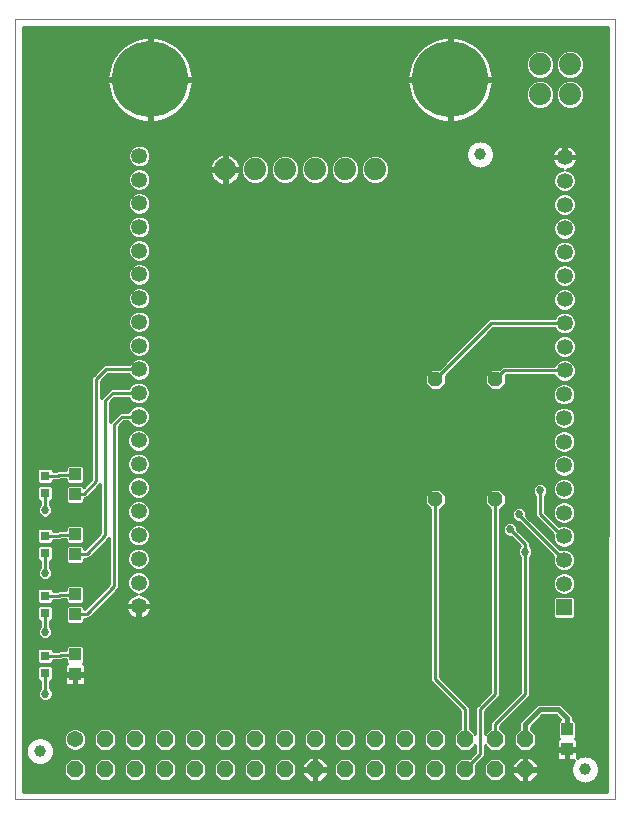
<source format=gtl>
G75*
%MOIN*%
%OFA0B0*%
%FSLAX24Y24*%
%IPPOS*%
%LPD*%
%AMOC8*
5,1,8,0,0,1.08239X$1,22.5*
%
%ADD10C,0.0000*%
%ADD11C,0.2540*%
%ADD12C,0.0540*%
%ADD13OC8,0.0540*%
%ADD14R,0.0531X0.0531*%
%ADD15C,0.0531*%
%ADD16R,0.0394X0.0433*%
%ADD17OC8,0.0480*%
%ADD18R,0.0315X0.0315*%
%ADD19C,0.0740*%
%ADD20C,0.0394*%
%ADD21C,0.0100*%
%ADD22C,0.0270*%
%ADD23C,0.0160*%
D10*
X006110Y000150D02*
X006110Y026150D01*
X026110Y026150D01*
X026110Y017350D01*
X026109Y000148D01*
X006110Y000150D01*
X009980Y024150D02*
X009982Y024200D01*
X009988Y024250D01*
X009998Y024299D01*
X010012Y024347D01*
X010029Y024394D01*
X010050Y024439D01*
X010075Y024483D01*
X010103Y024524D01*
X010135Y024563D01*
X010169Y024600D01*
X010206Y024634D01*
X010246Y024664D01*
X010288Y024691D01*
X010332Y024715D01*
X010378Y024736D01*
X010425Y024752D01*
X010473Y024765D01*
X010523Y024774D01*
X010572Y024779D01*
X010623Y024780D01*
X010673Y024777D01*
X010722Y024770D01*
X010771Y024759D01*
X010819Y024744D01*
X010865Y024726D01*
X010910Y024704D01*
X010953Y024678D01*
X010994Y024649D01*
X011033Y024617D01*
X011069Y024582D01*
X011101Y024544D01*
X011131Y024504D01*
X011158Y024461D01*
X011181Y024417D01*
X011200Y024371D01*
X011216Y024323D01*
X011228Y024274D01*
X011236Y024225D01*
X011240Y024175D01*
X011240Y024125D01*
X011236Y024075D01*
X011228Y024026D01*
X011216Y023977D01*
X011200Y023929D01*
X011181Y023883D01*
X011158Y023839D01*
X011131Y023796D01*
X011101Y023756D01*
X011069Y023718D01*
X011033Y023683D01*
X010994Y023651D01*
X010953Y023622D01*
X010910Y023596D01*
X010865Y023574D01*
X010819Y023556D01*
X010771Y023541D01*
X010722Y023530D01*
X010673Y023523D01*
X010623Y023520D01*
X010572Y023521D01*
X010523Y023526D01*
X010473Y023535D01*
X010425Y023548D01*
X010378Y023564D01*
X010332Y023585D01*
X010288Y023609D01*
X010246Y023636D01*
X010206Y023666D01*
X010169Y023700D01*
X010135Y023737D01*
X010103Y023776D01*
X010075Y023817D01*
X010050Y023861D01*
X010029Y023906D01*
X010012Y023953D01*
X009998Y024001D01*
X009988Y024050D01*
X009982Y024100D01*
X009980Y024150D01*
X019980Y024150D02*
X019982Y024200D01*
X019988Y024250D01*
X019998Y024299D01*
X020012Y024347D01*
X020029Y024394D01*
X020050Y024439D01*
X020075Y024483D01*
X020103Y024524D01*
X020135Y024563D01*
X020169Y024600D01*
X020206Y024634D01*
X020246Y024664D01*
X020288Y024691D01*
X020332Y024715D01*
X020378Y024736D01*
X020425Y024752D01*
X020473Y024765D01*
X020523Y024774D01*
X020572Y024779D01*
X020623Y024780D01*
X020673Y024777D01*
X020722Y024770D01*
X020771Y024759D01*
X020819Y024744D01*
X020865Y024726D01*
X020910Y024704D01*
X020953Y024678D01*
X020994Y024649D01*
X021033Y024617D01*
X021069Y024582D01*
X021101Y024544D01*
X021131Y024504D01*
X021158Y024461D01*
X021181Y024417D01*
X021200Y024371D01*
X021216Y024323D01*
X021228Y024274D01*
X021236Y024225D01*
X021240Y024175D01*
X021240Y024125D01*
X021236Y024075D01*
X021228Y024026D01*
X021216Y023977D01*
X021200Y023929D01*
X021181Y023883D01*
X021158Y023839D01*
X021131Y023796D01*
X021101Y023756D01*
X021069Y023718D01*
X021033Y023683D01*
X020994Y023651D01*
X020953Y023622D01*
X020910Y023596D01*
X020865Y023574D01*
X020819Y023556D01*
X020771Y023541D01*
X020722Y023530D01*
X020673Y023523D01*
X020623Y023520D01*
X020572Y023521D01*
X020523Y023526D01*
X020473Y023535D01*
X020425Y023548D01*
X020378Y023564D01*
X020332Y023585D01*
X020288Y023609D01*
X020246Y023636D01*
X020206Y023666D01*
X020169Y023700D01*
X020135Y023737D01*
X020103Y023776D01*
X020075Y023817D01*
X020050Y023861D01*
X020029Y023906D01*
X020012Y023953D01*
X019998Y024001D01*
X019988Y024050D01*
X019982Y024100D01*
X019980Y024150D01*
D11*
X020610Y024150D03*
X010610Y024150D03*
D12*
X008110Y002150D03*
D13*
X008110Y001150D03*
X009110Y001150D03*
X010110Y001150D03*
X010110Y002150D03*
X009110Y002150D03*
X011110Y002150D03*
X012110Y002150D03*
X012110Y001150D03*
X011110Y001150D03*
X013110Y001150D03*
X014110Y001150D03*
X014110Y002150D03*
X013110Y002150D03*
X015110Y002150D03*
X016110Y002150D03*
X016110Y001150D03*
X015110Y001150D03*
X017110Y001150D03*
X018110Y001150D03*
X018110Y002150D03*
X017110Y002150D03*
X019110Y002150D03*
X020110Y002150D03*
X020110Y001150D03*
X019110Y001150D03*
X021110Y001150D03*
X022110Y001150D03*
X022110Y002150D03*
X021110Y002150D03*
X023110Y002150D03*
X023110Y001150D03*
D14*
X024410Y006550D03*
D15*
X024410Y007340D03*
X024410Y008130D03*
X024410Y008920D03*
X024410Y009710D03*
X024410Y010500D03*
X024410Y011290D03*
X024410Y012080D03*
X024410Y012870D03*
X024410Y013660D03*
X024430Y014450D03*
X024430Y015240D03*
X024430Y016030D03*
X024430Y016820D03*
X024430Y017610D03*
X024430Y018400D03*
X024430Y019190D03*
X024430Y019980D03*
X024430Y020770D03*
X024430Y021560D03*
X010250Y021600D03*
X010250Y020810D03*
X010250Y020020D03*
X010250Y019230D03*
X010250Y018440D03*
X010250Y017650D03*
X010250Y016860D03*
X010250Y016070D03*
X010250Y015280D03*
X010250Y014490D03*
X010230Y013700D03*
X010230Y012910D03*
X010230Y012120D03*
X010230Y011330D03*
X010230Y010540D03*
X010230Y009750D03*
X010230Y008960D03*
X010230Y008170D03*
X010230Y007380D03*
X010230Y006590D03*
D16*
X008110Y006315D03*
X008110Y006985D03*
X008110Y008315D03*
X008110Y008985D03*
X008110Y010315D03*
X008110Y010985D03*
X008110Y004985D03*
X008110Y004315D03*
X024510Y002485D03*
X024510Y001815D03*
D17*
X022110Y010150D03*
X020110Y010150D03*
X020110Y014150D03*
X022110Y014150D03*
D18*
X007110Y010945D03*
X007110Y010355D03*
X007110Y008945D03*
X007110Y008355D03*
X007110Y006945D03*
X007110Y006355D03*
X007110Y004945D03*
X007110Y004355D03*
D19*
X013110Y021150D03*
X014110Y021150D03*
X015110Y021150D03*
X016110Y021150D03*
X017110Y021150D03*
X018110Y021150D03*
X023610Y023650D03*
X023610Y024650D03*
X024610Y024650D03*
X024610Y023650D03*
D20*
X021610Y021650D03*
X006940Y001760D03*
X025110Y001150D03*
D21*
X024842Y001533D02*
X024847Y001541D01*
X024857Y001579D01*
X024857Y001767D01*
X024558Y001767D01*
X024558Y001449D01*
X024727Y001449D01*
X024754Y001456D01*
X024751Y001451D01*
X024733Y001434D01*
X024733Y001427D01*
X024721Y001409D01*
X024714Y001407D01*
X024704Y001384D01*
X024690Y001364D01*
X024691Y001357D01*
X024682Y001338D01*
X024676Y001334D01*
X024669Y001310D01*
X024659Y001288D01*
X024661Y001281D01*
X024656Y001261D01*
X024650Y001256D01*
X024648Y001231D01*
X024642Y001208D01*
X024646Y001201D01*
X024644Y001180D01*
X024639Y001174D01*
X024641Y001150D01*
X024639Y001126D01*
X024644Y001120D01*
X024646Y001099D01*
X024642Y001092D01*
X024648Y001069D01*
X024650Y001044D01*
X024656Y001039D01*
X024661Y001019D01*
X024659Y001012D01*
X024669Y000990D01*
X024676Y000966D01*
X024682Y000962D01*
X024691Y000943D01*
X024690Y000936D01*
X024704Y000916D01*
X024714Y000893D01*
X024721Y000891D01*
X024733Y000873D01*
X024733Y000866D01*
X024751Y000849D01*
X024765Y000828D01*
X024772Y000827D01*
X024787Y000812D01*
X024788Y000805D01*
X024809Y000791D01*
X024826Y000773D01*
X024833Y000773D01*
X024851Y000761D01*
X024853Y000754D01*
X024876Y000744D01*
X024896Y000730D01*
X024903Y000731D01*
X024922Y000722D01*
X024926Y000716D01*
X024950Y000709D01*
X024972Y000699D01*
X024979Y000701D01*
X024999Y000696D01*
X025004Y000690D01*
X025029Y000688D01*
X025052Y000682D01*
X025059Y000686D01*
X025080Y000684D01*
X025086Y000679D01*
X025110Y000681D01*
X025134Y000679D01*
X025140Y000684D01*
X025161Y000686D01*
X025168Y000682D01*
X025191Y000688D01*
X025216Y000690D01*
X025221Y000696D01*
X025241Y000701D01*
X025248Y000699D01*
X025270Y000709D01*
X025294Y000716D01*
X025298Y000722D01*
X025317Y000731D01*
X025324Y000730D01*
X025344Y000744D01*
X025367Y000754D01*
X025369Y000761D01*
X025387Y000773D01*
X025394Y000773D01*
X025411Y000791D01*
X025432Y000805D01*
X025433Y000812D01*
X025448Y000827D01*
X025455Y000828D01*
X025469Y000849D01*
X025487Y000866D01*
X025487Y000873D01*
X025499Y000891D01*
X025506Y000893D01*
X025516Y000916D01*
X025530Y000936D01*
X025529Y000943D01*
X025538Y000962D01*
X025544Y000966D01*
X025551Y000990D01*
X025561Y001012D01*
X025559Y001019D01*
X025564Y001039D01*
X025570Y001044D01*
X025572Y001069D01*
X025578Y001092D01*
X025574Y001099D01*
X025576Y001120D01*
X025581Y001126D01*
X025579Y001150D01*
X025581Y001174D01*
X025576Y001180D01*
X025574Y001201D01*
X025578Y001208D01*
X025572Y001231D01*
X025570Y001256D01*
X025564Y001261D01*
X025559Y001281D01*
X025561Y001288D01*
X025551Y001310D01*
X025544Y001334D01*
X025538Y001338D01*
X025529Y001357D01*
X025530Y001364D01*
X025516Y001384D01*
X025506Y001407D01*
X025499Y001409D01*
X025487Y001427D01*
X025487Y001434D01*
X025469Y001451D01*
X025455Y001472D01*
X025448Y001473D01*
X025433Y001488D01*
X025432Y001495D01*
X025411Y001509D01*
X025394Y001527D01*
X025387Y001527D01*
X025369Y001539D01*
X025367Y001546D01*
X025344Y001556D01*
X025324Y001570D01*
X025317Y001569D01*
X025298Y001578D01*
X025294Y001584D01*
X025270Y001591D01*
X025248Y001601D01*
X025241Y001599D01*
X025221Y001604D01*
X025216Y001610D01*
X025191Y001612D01*
X025168Y001618D01*
X025161Y001614D01*
X025140Y001616D01*
X025134Y001621D01*
X025110Y001619D01*
X025086Y001621D01*
X025080Y001616D01*
X025059Y001614D01*
X025052Y001618D01*
X025029Y001612D01*
X025004Y001610D01*
X024999Y001604D01*
X024979Y001599D01*
X024972Y001601D01*
X024950Y001591D01*
X024926Y001584D01*
X024922Y001578D01*
X024903Y001569D01*
X024896Y001570D01*
X024876Y001556D01*
X024853Y001546D01*
X024851Y001539D01*
X024842Y001533D01*
X024857Y001628D02*
X025859Y001628D01*
X025859Y001726D02*
X024857Y001726D01*
X024857Y001864D02*
X024558Y001864D01*
X024558Y001767D01*
X024462Y001767D01*
X024462Y001449D01*
X024293Y001449D01*
X024255Y001459D01*
X024221Y001479D01*
X024193Y001507D01*
X024173Y001541D01*
X024163Y001579D01*
X024163Y001767D01*
X024462Y001767D01*
X024462Y001864D01*
X024163Y001864D01*
X024163Y002052D01*
X024173Y002090D01*
X024193Y002124D01*
X024221Y002152D01*
X024254Y002171D01*
X024203Y002223D01*
X024203Y002747D01*
X024268Y002811D01*
X024290Y002811D01*
X024141Y002960D01*
X023689Y002960D01*
X023300Y002571D01*
X023300Y002497D01*
X023490Y002307D01*
X023490Y001993D01*
X023267Y001770D01*
X022953Y001770D01*
X022730Y001993D01*
X022730Y002307D01*
X022920Y002497D01*
X022920Y002729D01*
X023420Y003229D01*
X023531Y003340D01*
X024299Y003340D01*
X024589Y003050D01*
X024700Y002939D01*
X024700Y002811D01*
X024752Y002811D01*
X024817Y002747D01*
X024817Y002223D01*
X024766Y002171D01*
X024799Y002152D01*
X024827Y002124D01*
X024847Y002090D01*
X024857Y002052D01*
X024857Y001864D01*
X024857Y001923D02*
X025859Y001923D01*
X025859Y001825D02*
X024558Y001825D01*
X024462Y001825D02*
X023322Y001825D01*
X023420Y001923D02*
X024163Y001923D01*
X024163Y002022D02*
X023490Y002022D01*
X023490Y002120D02*
X024191Y002120D01*
X024207Y002219D02*
X023490Y002219D01*
X023480Y002317D02*
X024203Y002317D01*
X024203Y002416D02*
X023382Y002416D01*
X023300Y002514D02*
X024203Y002514D01*
X024203Y002613D02*
X023341Y002613D01*
X023440Y002711D02*
X024203Y002711D01*
X024266Y002810D02*
X023538Y002810D01*
X023637Y002908D02*
X024193Y002908D01*
X024435Y003204D02*
X025859Y003204D01*
X025859Y003302D02*
X024337Y003302D01*
X024534Y003105D02*
X025859Y003105D01*
X025859Y003007D02*
X024632Y003007D01*
X024700Y002908D02*
X025859Y002908D01*
X025859Y002810D02*
X024754Y002810D01*
X024817Y002711D02*
X025859Y002711D01*
X025859Y002613D02*
X024817Y002613D01*
X024817Y002514D02*
X025859Y002514D01*
X025859Y002416D02*
X024817Y002416D01*
X024817Y002317D02*
X025859Y002317D01*
X025859Y002219D02*
X024813Y002219D01*
X024829Y002120D02*
X025859Y002120D01*
X025859Y002022D02*
X024857Y002022D01*
X024558Y001726D02*
X024462Y001726D01*
X024462Y001628D02*
X024558Y001628D01*
X024558Y001529D02*
X024462Y001529D01*
X024180Y001529D02*
X023325Y001529D01*
X023284Y001570D02*
X023150Y001570D01*
X023150Y001190D01*
X023530Y001190D01*
X023530Y001324D01*
X023284Y001570D01*
X023150Y001529D02*
X023070Y001529D01*
X023070Y001570D02*
X022936Y001570D01*
X022690Y001324D01*
X022690Y001190D01*
X023070Y001190D01*
X023070Y001570D01*
X023070Y001431D02*
X023150Y001431D01*
X023150Y001332D02*
X023070Y001332D01*
X023070Y001234D02*
X023150Y001234D01*
X023150Y001190D02*
X023070Y001190D01*
X023070Y001110D01*
X023150Y001110D01*
X023150Y001190D01*
X023150Y001135D02*
X024640Y001135D01*
X024648Y001234D02*
X023530Y001234D01*
X023522Y001332D02*
X024675Y001332D01*
X024733Y001431D02*
X023423Y001431D01*
X023530Y001110D02*
X023150Y001110D01*
X023150Y000730D01*
X023284Y000730D01*
X023530Y000976D01*
X023530Y001110D01*
X023530Y001037D02*
X024657Y001037D01*
X024690Y000938D02*
X023492Y000938D01*
X023393Y000840D02*
X024757Y000840D01*
X024880Y000741D02*
X023295Y000741D01*
X023150Y000741D02*
X023070Y000741D01*
X023070Y000730D02*
X023070Y001110D01*
X022690Y001110D01*
X022690Y000976D01*
X022936Y000730D01*
X023070Y000730D01*
X023070Y000840D02*
X023150Y000840D01*
X023150Y000938D02*
X023070Y000938D01*
X023070Y001037D02*
X023150Y001037D01*
X023070Y001135D02*
X022490Y001135D01*
X022490Y001037D02*
X022690Y001037D01*
X022728Y000938D02*
X022435Y000938D01*
X022490Y000993D02*
X022267Y000770D01*
X021953Y000770D01*
X021730Y000993D01*
X021730Y001307D01*
X021953Y001530D01*
X022267Y001530D01*
X022490Y001307D01*
X022490Y000993D01*
X022337Y000840D02*
X022827Y000840D01*
X022925Y000741D02*
X016295Y000741D01*
X016284Y000730D02*
X016530Y000976D01*
X016530Y001110D01*
X016150Y001110D01*
X016150Y001190D01*
X016530Y001190D01*
X016530Y001324D01*
X016284Y001570D01*
X016150Y001570D01*
X016150Y001190D01*
X016070Y001190D01*
X016070Y001570D01*
X015936Y001570D01*
X015690Y001324D01*
X015690Y001190D01*
X016070Y001190D01*
X016070Y001110D01*
X016150Y001110D01*
X016150Y000730D01*
X016284Y000730D01*
X016150Y000741D02*
X016070Y000741D01*
X016070Y000730D02*
X016070Y001110D01*
X015690Y001110D01*
X015690Y000976D01*
X015936Y000730D01*
X016070Y000730D01*
X016070Y000840D02*
X016150Y000840D01*
X016150Y000938D02*
X016070Y000938D01*
X016070Y001037D02*
X016150Y001037D01*
X016150Y001135D02*
X016730Y001135D01*
X016730Y001037D02*
X016530Y001037D01*
X016492Y000938D02*
X016785Y000938D01*
X016730Y000993D02*
X016953Y000770D01*
X017267Y000770D01*
X017490Y000993D01*
X017490Y001307D01*
X017267Y001530D01*
X016953Y001530D01*
X016730Y001307D01*
X016730Y000993D01*
X016883Y000840D02*
X016393Y000840D01*
X016530Y001234D02*
X016730Y001234D01*
X016755Y001332D02*
X016522Y001332D01*
X016423Y001431D02*
X016853Y001431D01*
X016952Y001529D02*
X016325Y001529D01*
X016150Y001529D02*
X016070Y001529D01*
X016070Y001431D02*
X016150Y001431D01*
X016150Y001332D02*
X016070Y001332D01*
X016070Y001234D02*
X016150Y001234D01*
X016070Y001135D02*
X015490Y001135D01*
X015490Y001037D02*
X015690Y001037D01*
X015728Y000938D02*
X015435Y000938D01*
X015490Y000993D02*
X015267Y000770D01*
X014953Y000770D01*
X014730Y000993D01*
X014730Y001307D01*
X014953Y001530D01*
X015267Y001530D01*
X015490Y001307D01*
X015490Y000993D01*
X015337Y000840D02*
X015827Y000840D01*
X015925Y000741D02*
X006360Y000741D01*
X006360Y000643D02*
X025859Y000643D01*
X025859Y000741D02*
X025340Y000741D01*
X025463Y000840D02*
X025859Y000840D01*
X025859Y000938D02*
X025530Y000938D01*
X025563Y001037D02*
X025859Y001037D01*
X025859Y001135D02*
X025580Y001135D01*
X025572Y001234D02*
X025859Y001234D01*
X025859Y001332D02*
X025545Y001332D01*
X025487Y001431D02*
X025859Y001431D01*
X025859Y001529D02*
X025383Y001529D01*
X025859Y000544D02*
X006360Y000544D01*
X006360Y000446D02*
X025859Y000446D01*
X025859Y000398D02*
X006360Y000400D01*
X006360Y025900D01*
X025860Y025900D01*
X025860Y017346D01*
X025859Y000398D01*
X024163Y001628D02*
X021770Y001628D01*
X021770Y001584D02*
X021770Y001953D01*
X021953Y001770D01*
X022267Y001770D01*
X022490Y001993D01*
X022490Y002307D01*
X022270Y002527D01*
X022270Y002584D01*
X023176Y003490D01*
X023270Y003584D01*
X023270Y008224D01*
X023318Y008271D01*
X023355Y008361D01*
X023355Y008459D01*
X023318Y008549D01*
X023270Y008596D01*
X023270Y008716D01*
X022855Y009131D01*
X022855Y009199D01*
X022818Y009289D01*
X022749Y009358D01*
X022659Y009395D01*
X022561Y009395D01*
X022471Y009358D01*
X022402Y009289D01*
X022365Y009199D01*
X022365Y009101D01*
X022402Y009011D01*
X022471Y008942D01*
X022561Y008905D01*
X022629Y008905D01*
X022944Y008590D01*
X022902Y008549D01*
X022865Y008459D01*
X022865Y008361D01*
X022902Y008271D01*
X022950Y008224D01*
X022950Y003716D01*
X021950Y002716D01*
X021950Y002527D01*
X021770Y002347D01*
X021770Y003084D01*
X022270Y003584D01*
X022270Y009815D01*
X022460Y010005D01*
X022460Y010295D01*
X022255Y010500D01*
X021965Y010500D01*
X021760Y010295D01*
X021760Y010005D01*
X021950Y009815D01*
X021950Y003716D01*
X021544Y003310D01*
X021450Y003216D01*
X021450Y002347D01*
X021270Y002527D01*
X021270Y003216D01*
X020270Y004216D01*
X020270Y009815D01*
X020460Y010005D01*
X020460Y010295D01*
X020255Y010500D01*
X019965Y010500D01*
X019760Y010295D01*
X019760Y010005D01*
X019950Y009815D01*
X019950Y004084D01*
X020044Y003990D01*
X020950Y003084D01*
X020950Y002527D01*
X020730Y002307D01*
X020730Y001993D01*
X020953Y001770D01*
X021267Y001770D01*
X021450Y001953D01*
X021450Y001716D01*
X021264Y001530D01*
X020953Y001530D01*
X020730Y001307D01*
X020730Y000993D01*
X020953Y000770D01*
X021267Y000770D01*
X021490Y000993D01*
X021490Y001304D01*
X021770Y001584D01*
X021715Y001529D02*
X021952Y001529D01*
X021853Y001431D02*
X021617Y001431D01*
X021518Y001332D02*
X021755Y001332D01*
X021730Y001234D02*
X021490Y001234D01*
X021490Y001135D02*
X021730Y001135D01*
X021730Y001037D02*
X021490Y001037D01*
X021435Y000938D02*
X021785Y000938D01*
X021883Y000840D02*
X021337Y000840D01*
X021110Y001150D02*
X021610Y001650D01*
X021610Y003150D01*
X022110Y003650D01*
X022110Y010150D01*
X022356Y009902D02*
X023450Y009902D01*
X023450Y010000D02*
X022455Y010000D01*
X022460Y010099D02*
X023450Y010099D01*
X023450Y010197D02*
X022460Y010197D01*
X022459Y010296D02*
X023418Y010296D01*
X023402Y010311D02*
X023450Y010264D01*
X023450Y009584D01*
X023544Y009490D01*
X024036Y008998D01*
X024034Y008995D01*
X024034Y008845D01*
X024091Y008707D01*
X024197Y008601D01*
X024335Y008544D01*
X024485Y008544D01*
X024623Y008601D01*
X024729Y008707D01*
X024786Y008845D01*
X024786Y008995D01*
X024729Y009133D01*
X024623Y009239D01*
X024485Y009296D01*
X024335Y009296D01*
X024233Y009253D01*
X023770Y009716D01*
X023770Y010264D01*
X023818Y010311D01*
X023855Y010401D01*
X023855Y010499D01*
X023818Y010589D01*
X023749Y010658D01*
X023659Y010695D01*
X023561Y010695D01*
X023471Y010658D01*
X023402Y010589D01*
X023365Y010499D01*
X023365Y010401D01*
X023402Y010311D01*
X023368Y010394D02*
X022361Y010394D01*
X022262Y010493D02*
X023365Y010493D01*
X023405Y010591D02*
X010606Y010591D01*
X010606Y010615D02*
X010549Y010753D01*
X010443Y010859D01*
X010305Y010916D01*
X010155Y010916D01*
X010017Y010859D01*
X009911Y010753D01*
X009854Y010615D01*
X009854Y010465D01*
X009911Y010327D01*
X010017Y010221D01*
X010155Y010164D01*
X010305Y010164D01*
X010443Y010221D01*
X010549Y010327D01*
X010606Y010465D01*
X010606Y010615D01*
X010575Y010690D02*
X023548Y010690D01*
X023672Y010690D02*
X024082Y010690D01*
X024091Y010713D02*
X024034Y010575D01*
X024034Y010425D01*
X024091Y010287D01*
X024197Y010181D01*
X024335Y010124D01*
X024485Y010124D01*
X024623Y010181D01*
X024729Y010287D01*
X024786Y010425D01*
X024786Y010575D01*
X024729Y010713D01*
X024623Y010819D01*
X024485Y010876D01*
X024335Y010876D01*
X024197Y010819D01*
X024091Y010713D01*
X024167Y010788D02*
X010513Y010788D01*
X010375Y010887D02*
X025860Y010887D01*
X025860Y010985D02*
X024636Y010985D01*
X024623Y010971D02*
X024729Y011077D01*
X024786Y011215D01*
X024786Y011365D01*
X024729Y011503D01*
X024623Y011609D01*
X024485Y011666D01*
X024335Y011666D01*
X024197Y011609D01*
X024091Y011503D01*
X024034Y011365D01*
X024034Y011215D01*
X024091Y011077D01*
X024197Y010971D01*
X024335Y010914D01*
X024485Y010914D01*
X024623Y010971D01*
X024731Y011084D02*
X025860Y011084D01*
X025860Y011182D02*
X024772Y011182D01*
X024786Y011281D02*
X025860Y011281D01*
X025860Y011379D02*
X024780Y011379D01*
X024739Y011478D02*
X025860Y011478D01*
X025860Y011576D02*
X024655Y011576D01*
X024623Y011761D02*
X024729Y011867D01*
X024786Y012005D01*
X024786Y012155D01*
X024729Y012293D01*
X024623Y012399D01*
X024485Y012456D01*
X024335Y012456D01*
X024197Y012399D01*
X024091Y012293D01*
X024034Y012155D01*
X024034Y012005D01*
X024091Y011867D01*
X024197Y011761D01*
X024335Y011704D01*
X024485Y011704D01*
X024623Y011761D01*
X024634Y011773D02*
X025860Y011773D01*
X025860Y011675D02*
X010380Y011675D01*
X010443Y011649D02*
X010305Y011706D01*
X010155Y011706D01*
X010017Y011649D01*
X009911Y011543D01*
X009854Y011405D01*
X009854Y011255D01*
X009911Y011117D01*
X010017Y011011D01*
X010155Y010954D01*
X010305Y010954D01*
X010443Y011011D01*
X010549Y011117D01*
X010606Y011255D01*
X010606Y011405D01*
X010549Y011543D01*
X010443Y011649D01*
X010515Y011576D02*
X024165Y011576D01*
X024081Y011478D02*
X010576Y011478D01*
X010606Y011379D02*
X024040Y011379D01*
X024034Y011281D02*
X010606Y011281D01*
X010575Y011182D02*
X024048Y011182D01*
X024089Y011084D02*
X010515Y011084D01*
X010379Y010985D02*
X024184Y010985D01*
X024041Y010591D02*
X023815Y010591D01*
X023855Y010493D02*
X024034Y010493D01*
X024047Y010394D02*
X023852Y010394D01*
X023802Y010296D02*
X024088Y010296D01*
X024182Y010197D02*
X023770Y010197D01*
X023770Y010099D02*
X025860Y010099D01*
X025860Y010197D02*
X024638Y010197D01*
X024732Y010296D02*
X025860Y010296D01*
X025860Y010394D02*
X024773Y010394D01*
X024786Y010493D02*
X025860Y010493D01*
X025860Y010591D02*
X024779Y010591D01*
X024738Y010690D02*
X025860Y010690D01*
X025860Y010788D02*
X024653Y010788D01*
X024485Y010086D02*
X024335Y010086D01*
X024197Y010029D01*
X024091Y009923D01*
X024034Y009785D01*
X024034Y009635D01*
X024091Y009497D01*
X024197Y009391D01*
X024335Y009334D01*
X024485Y009334D01*
X024623Y009391D01*
X024729Y009497D01*
X024786Y009635D01*
X024786Y009785D01*
X024729Y009923D01*
X024623Y010029D01*
X024485Y010086D01*
X024651Y010000D02*
X025859Y010000D01*
X025859Y009902D02*
X024737Y009902D01*
X024778Y009803D02*
X025859Y009803D01*
X025859Y009705D02*
X024786Y009705D01*
X024774Y009606D02*
X025859Y009606D01*
X025859Y009508D02*
X024733Y009508D01*
X024640Y009409D02*
X025859Y009409D01*
X025859Y009311D02*
X024176Y009311D01*
X024180Y009409D02*
X024077Y009409D01*
X024087Y009508D02*
X023979Y009508D01*
X024046Y009606D02*
X023880Y009606D01*
X023782Y009705D02*
X024034Y009705D01*
X024042Y009803D02*
X023770Y009803D01*
X023770Y009902D02*
X024083Y009902D01*
X024169Y010000D02*
X023770Y010000D01*
X023450Y009803D02*
X023103Y009803D01*
X023118Y009789D02*
X023049Y009858D01*
X022959Y009895D01*
X022861Y009895D01*
X022771Y009858D01*
X022702Y009789D01*
X022665Y009699D01*
X022665Y009601D01*
X022702Y009511D01*
X022771Y009442D01*
X022861Y009405D01*
X022909Y009405D01*
X024056Y008258D01*
X024034Y008205D01*
X024034Y008055D01*
X024091Y007917D01*
X024197Y007811D01*
X024335Y007754D01*
X024485Y007754D01*
X024623Y007811D01*
X024729Y007917D01*
X024786Y008055D01*
X024786Y008205D01*
X024729Y008343D01*
X024623Y008449D01*
X024485Y008506D01*
X024335Y008506D01*
X024282Y008484D01*
X023155Y009611D01*
X023155Y009699D01*
X023118Y009789D01*
X023153Y009705D02*
X023450Y009705D01*
X023450Y009606D02*
X023160Y009606D01*
X023259Y009508D02*
X023526Y009508D01*
X023625Y009409D02*
X023357Y009409D01*
X023456Y009311D02*
X023723Y009311D01*
X023822Y009212D02*
X023554Y009212D01*
X023653Y009114D02*
X023920Y009114D01*
X024019Y009015D02*
X023751Y009015D01*
X023850Y008917D02*
X024034Y008917D01*
X024046Y008818D02*
X023948Y008818D01*
X024047Y008720D02*
X024086Y008720D01*
X024145Y008621D02*
X024178Y008621D01*
X024244Y008523D02*
X025859Y008523D01*
X025859Y008621D02*
X024642Y008621D01*
X024734Y008720D02*
X025859Y008720D01*
X025859Y008818D02*
X024774Y008818D01*
X024786Y008917D02*
X025859Y008917D01*
X025859Y009015D02*
X024777Y009015D01*
X024737Y009114D02*
X025859Y009114D01*
X025859Y009212D02*
X024649Y009212D01*
X024410Y008920D02*
X024340Y008920D01*
X023610Y009650D01*
X023610Y010450D01*
X022910Y009650D02*
X022910Y009630D01*
X024410Y008130D01*
X024034Y008129D02*
X023270Y008129D01*
X023274Y008227D02*
X024043Y008227D01*
X023988Y008326D02*
X023340Y008326D01*
X023355Y008424D02*
X023890Y008424D01*
X023791Y008523D02*
X023329Y008523D01*
X023270Y008621D02*
X023693Y008621D01*
X023594Y008720D02*
X023267Y008720D01*
X023168Y008818D02*
X023496Y008818D01*
X023397Y008917D02*
X023070Y008917D01*
X022971Y009015D02*
X023299Y009015D01*
X023200Y009114D02*
X022873Y009114D01*
X022849Y009212D02*
X023102Y009212D01*
X023003Y009311D02*
X022796Y009311D01*
X022852Y009409D02*
X022270Y009409D01*
X022270Y009311D02*
X022424Y009311D01*
X022371Y009212D02*
X022270Y009212D01*
X022270Y009114D02*
X022365Y009114D01*
X022401Y009015D02*
X022270Y009015D01*
X022270Y008917D02*
X022533Y008917D01*
X022716Y008818D02*
X022270Y008818D01*
X022270Y008720D02*
X022814Y008720D01*
X022913Y008621D02*
X022270Y008621D01*
X022270Y008523D02*
X022891Y008523D01*
X022865Y008424D02*
X022270Y008424D01*
X022270Y008326D02*
X022880Y008326D01*
X022946Y008227D02*
X022270Y008227D01*
X022270Y008129D02*
X022950Y008129D01*
X022950Y008030D02*
X022270Y008030D01*
X022270Y007932D02*
X022950Y007932D01*
X022950Y007833D02*
X022270Y007833D01*
X022270Y007735D02*
X022950Y007735D01*
X022950Y007636D02*
X022270Y007636D01*
X022270Y007538D02*
X022950Y007538D01*
X022950Y007439D02*
X022270Y007439D01*
X022270Y007341D02*
X022950Y007341D01*
X022950Y007242D02*
X022270Y007242D01*
X022270Y007144D02*
X022950Y007144D01*
X022950Y007045D02*
X022270Y007045D01*
X022270Y006947D02*
X022950Y006947D01*
X022950Y006848D02*
X022270Y006848D01*
X022270Y006750D02*
X022950Y006750D01*
X022950Y006651D02*
X022270Y006651D01*
X022270Y006553D02*
X022950Y006553D01*
X022950Y006454D02*
X022270Y006454D01*
X022270Y006356D02*
X022950Y006356D01*
X022950Y006257D02*
X022270Y006257D01*
X022270Y006159D02*
X022950Y006159D01*
X022950Y006060D02*
X022270Y006060D01*
X022270Y005962D02*
X022950Y005962D01*
X022950Y005863D02*
X022270Y005863D01*
X022270Y005765D02*
X022950Y005765D01*
X022950Y005666D02*
X022270Y005666D01*
X022270Y005568D02*
X022950Y005568D01*
X022950Y005469D02*
X022270Y005469D01*
X022270Y005371D02*
X022950Y005371D01*
X022950Y005272D02*
X022270Y005272D01*
X022270Y005174D02*
X022950Y005174D01*
X022950Y005075D02*
X022270Y005075D01*
X022270Y004977D02*
X022950Y004977D01*
X022950Y004878D02*
X022270Y004878D01*
X022270Y004780D02*
X022950Y004780D01*
X022950Y004681D02*
X022270Y004681D01*
X022270Y004583D02*
X022950Y004583D01*
X022950Y004484D02*
X022270Y004484D01*
X022270Y004386D02*
X022950Y004386D01*
X022950Y004287D02*
X022270Y004287D01*
X022270Y004189D02*
X022950Y004189D01*
X022950Y004090D02*
X022270Y004090D01*
X022270Y003992D02*
X022950Y003992D01*
X022950Y003893D02*
X022270Y003893D01*
X022270Y003795D02*
X022950Y003795D01*
X022930Y003696D02*
X022270Y003696D01*
X022270Y003598D02*
X022831Y003598D01*
X022733Y003499D02*
X022185Y003499D01*
X022087Y003401D02*
X022634Y003401D01*
X022536Y003302D02*
X021988Y003302D01*
X021890Y003204D02*
X022437Y003204D01*
X022339Y003105D02*
X021791Y003105D01*
X021770Y003007D02*
X022240Y003007D01*
X022142Y002908D02*
X021770Y002908D01*
X021770Y002810D02*
X022043Y002810D01*
X021950Y002711D02*
X021770Y002711D01*
X021770Y002613D02*
X021950Y002613D01*
X021937Y002514D02*
X021770Y002514D01*
X021770Y002416D02*
X021838Y002416D01*
X022110Y002650D02*
X022110Y002150D01*
X022382Y002416D02*
X022838Y002416D01*
X022920Y002514D02*
X022283Y002514D01*
X022299Y002613D02*
X022920Y002613D01*
X022920Y002711D02*
X022397Y002711D01*
X022496Y002810D02*
X023001Y002810D01*
X023099Y002908D02*
X022594Y002908D01*
X022693Y003007D02*
X023198Y003007D01*
X023296Y003105D02*
X022791Y003105D01*
X022890Y003204D02*
X023395Y003204D01*
X023493Y003302D02*
X022988Y003302D01*
X023087Y003401D02*
X025859Y003401D01*
X025859Y003499D02*
X023185Y003499D01*
X023270Y003598D02*
X025859Y003598D01*
X025859Y003696D02*
X023270Y003696D01*
X023270Y003795D02*
X025859Y003795D01*
X025859Y003893D02*
X023270Y003893D01*
X023270Y003992D02*
X025859Y003992D01*
X025859Y004090D02*
X023270Y004090D01*
X023270Y004189D02*
X025859Y004189D01*
X025859Y004287D02*
X023270Y004287D01*
X023270Y004386D02*
X025859Y004386D01*
X025859Y004484D02*
X023270Y004484D01*
X023270Y004583D02*
X025859Y004583D01*
X025859Y004681D02*
X023270Y004681D01*
X023270Y004780D02*
X025859Y004780D01*
X025859Y004878D02*
X023270Y004878D01*
X023270Y004977D02*
X025859Y004977D01*
X025859Y005075D02*
X023270Y005075D01*
X023270Y005174D02*
X025859Y005174D01*
X025859Y005272D02*
X023270Y005272D01*
X023270Y005371D02*
X025859Y005371D01*
X025859Y005469D02*
X023270Y005469D01*
X023270Y005568D02*
X025859Y005568D01*
X025859Y005666D02*
X023270Y005666D01*
X023270Y005765D02*
X025859Y005765D01*
X025859Y005863D02*
X023270Y005863D01*
X023270Y005962D02*
X025859Y005962D01*
X025859Y006060D02*
X023270Y006060D01*
X023270Y006159D02*
X025859Y006159D01*
X025859Y006257D02*
X024786Y006257D01*
X024786Y006239D02*
X024786Y006861D01*
X024721Y006926D01*
X024099Y006926D01*
X024034Y006861D01*
X024034Y006239D01*
X024099Y006174D01*
X024721Y006174D01*
X024786Y006239D01*
X024786Y006356D02*
X025859Y006356D01*
X025859Y006454D02*
X024786Y006454D01*
X024786Y006553D02*
X025859Y006553D01*
X025859Y006651D02*
X024786Y006651D01*
X024786Y006750D02*
X025859Y006750D01*
X025859Y006848D02*
X024786Y006848D01*
X024623Y007021D02*
X024729Y007127D01*
X024786Y007265D01*
X024786Y007415D01*
X024729Y007553D01*
X024623Y007659D01*
X024485Y007716D01*
X024335Y007716D01*
X024197Y007659D01*
X024091Y007553D01*
X024034Y007415D01*
X024034Y007265D01*
X024091Y007127D01*
X024197Y007021D01*
X024335Y006964D01*
X024485Y006964D01*
X024623Y007021D01*
X024646Y007045D02*
X025859Y007045D01*
X025859Y006947D02*
X023270Y006947D01*
X023270Y007045D02*
X024174Y007045D01*
X024085Y007144D02*
X023270Y007144D01*
X023270Y007242D02*
X024044Y007242D01*
X024034Y007341D02*
X023270Y007341D01*
X023270Y007439D02*
X024044Y007439D01*
X024085Y007538D02*
X023270Y007538D01*
X023270Y007636D02*
X024175Y007636D01*
X024176Y007833D02*
X023270Y007833D01*
X023270Y007735D02*
X025859Y007735D01*
X025859Y007833D02*
X024644Y007833D01*
X024734Y007932D02*
X025859Y007932D01*
X025859Y008030D02*
X024775Y008030D01*
X024786Y008129D02*
X025859Y008129D01*
X025859Y008227D02*
X024777Y008227D01*
X024736Y008326D02*
X025859Y008326D01*
X025859Y008424D02*
X024647Y008424D01*
X024045Y008030D02*
X023270Y008030D01*
X023270Y007932D02*
X024086Y007932D01*
X024645Y007636D02*
X025859Y007636D01*
X025859Y007538D02*
X024735Y007538D01*
X024776Y007439D02*
X025859Y007439D01*
X025859Y007341D02*
X024786Y007341D01*
X024776Y007242D02*
X025859Y007242D01*
X025859Y007144D02*
X024735Y007144D01*
X024034Y006848D02*
X023270Y006848D01*
X023270Y006750D02*
X024034Y006750D01*
X024034Y006651D02*
X023270Y006651D01*
X023270Y006553D02*
X024034Y006553D01*
X024034Y006454D02*
X023270Y006454D01*
X023270Y006356D02*
X024034Y006356D01*
X024034Y006257D02*
X023270Y006257D01*
X021950Y006257D02*
X020270Y006257D01*
X020270Y006159D02*
X021950Y006159D01*
X021950Y006060D02*
X020270Y006060D01*
X020270Y005962D02*
X021950Y005962D01*
X021950Y005863D02*
X020270Y005863D01*
X020270Y005765D02*
X021950Y005765D01*
X021950Y005666D02*
X020270Y005666D01*
X020270Y005568D02*
X021950Y005568D01*
X021950Y005469D02*
X020270Y005469D01*
X020270Y005371D02*
X021950Y005371D01*
X021950Y005272D02*
X020270Y005272D01*
X020270Y005174D02*
X021950Y005174D01*
X021950Y005075D02*
X020270Y005075D01*
X020270Y004977D02*
X021950Y004977D01*
X021950Y004878D02*
X020270Y004878D01*
X020270Y004780D02*
X021950Y004780D01*
X021950Y004681D02*
X020270Y004681D01*
X020270Y004583D02*
X021950Y004583D01*
X021950Y004484D02*
X020270Y004484D01*
X020270Y004386D02*
X021950Y004386D01*
X021950Y004287D02*
X020270Y004287D01*
X020298Y004189D02*
X021950Y004189D01*
X021950Y004090D02*
X020396Y004090D01*
X020495Y003992D02*
X021950Y003992D01*
X021950Y003893D02*
X020593Y003893D01*
X020692Y003795D02*
X021950Y003795D01*
X021930Y003696D02*
X020790Y003696D01*
X020889Y003598D02*
X021831Y003598D01*
X021733Y003499D02*
X020987Y003499D01*
X021086Y003401D02*
X021634Y003401D01*
X021536Y003302D02*
X021184Y003302D01*
X021270Y003204D02*
X021450Y003204D01*
X021450Y003105D02*
X021270Y003105D01*
X021270Y003007D02*
X021450Y003007D01*
X021450Y002908D02*
X021270Y002908D01*
X021270Y002810D02*
X021450Y002810D01*
X021450Y002711D02*
X021270Y002711D01*
X021270Y002613D02*
X021450Y002613D01*
X021450Y002514D02*
X021283Y002514D01*
X021382Y002416D02*
X021450Y002416D01*
X021110Y002150D02*
X021110Y003150D01*
X020110Y004150D01*
X020110Y010150D01*
X020356Y009902D02*
X021864Y009902D01*
X021950Y009803D02*
X020270Y009803D01*
X020270Y009705D02*
X021950Y009705D01*
X021950Y009606D02*
X020270Y009606D01*
X020270Y009508D02*
X021950Y009508D01*
X021950Y009409D02*
X020270Y009409D01*
X020270Y009311D02*
X021950Y009311D01*
X021950Y009212D02*
X020270Y009212D01*
X020270Y009114D02*
X021950Y009114D01*
X021950Y009015D02*
X020270Y009015D01*
X020270Y008917D02*
X021950Y008917D01*
X021950Y008818D02*
X020270Y008818D01*
X020270Y008720D02*
X021950Y008720D01*
X021950Y008621D02*
X020270Y008621D01*
X020270Y008523D02*
X021950Y008523D01*
X021950Y008424D02*
X020270Y008424D01*
X020270Y008326D02*
X021950Y008326D01*
X021950Y008227D02*
X020270Y008227D01*
X020270Y008129D02*
X021950Y008129D01*
X021950Y008030D02*
X020270Y008030D01*
X020270Y007932D02*
X021950Y007932D01*
X021950Y007833D02*
X020270Y007833D01*
X020270Y007735D02*
X021950Y007735D01*
X021950Y007636D02*
X020270Y007636D01*
X020270Y007538D02*
X021950Y007538D01*
X021950Y007439D02*
X020270Y007439D01*
X020270Y007341D02*
X021950Y007341D01*
X021950Y007242D02*
X020270Y007242D01*
X020270Y007144D02*
X021950Y007144D01*
X021950Y007045D02*
X020270Y007045D01*
X020270Y006947D02*
X021950Y006947D01*
X021950Y006848D02*
X020270Y006848D01*
X020270Y006750D02*
X021950Y006750D01*
X021950Y006651D02*
X020270Y006651D01*
X020270Y006553D02*
X021950Y006553D01*
X021950Y006454D02*
X020270Y006454D01*
X020270Y006356D02*
X021950Y006356D01*
X019950Y006356D02*
X010574Y006356D01*
X010586Y006372D02*
X010615Y006430D01*
X010636Y006493D01*
X010645Y006551D01*
X010269Y006551D01*
X010269Y006629D01*
X010645Y006629D01*
X010636Y006687D01*
X010615Y006750D01*
X010586Y006808D01*
X010547Y006861D01*
X010501Y006907D01*
X010448Y006946D01*
X010390Y006975D01*
X010327Y006996D01*
X010272Y007004D01*
X010305Y007004D01*
X010443Y007061D01*
X010549Y007167D01*
X010606Y007305D01*
X010606Y007455D01*
X010549Y007593D01*
X010443Y007699D01*
X010305Y007756D01*
X010155Y007756D01*
X010017Y007699D01*
X009911Y007593D01*
X009854Y007455D01*
X009854Y007305D01*
X009911Y007167D01*
X010017Y007061D01*
X010155Y007004D01*
X010188Y007004D01*
X010133Y006996D01*
X010070Y006975D01*
X010012Y006946D01*
X009959Y006907D01*
X009913Y006861D01*
X009874Y006808D01*
X009845Y006750D01*
X009824Y006687D01*
X009815Y006629D01*
X010191Y006629D01*
X010191Y006551D01*
X010269Y006551D01*
X010269Y006175D01*
X010327Y006184D01*
X010390Y006205D01*
X010448Y006234D01*
X010501Y006273D01*
X010547Y006319D01*
X010586Y006372D01*
X010623Y006454D02*
X019950Y006454D01*
X019950Y006553D02*
X010269Y006553D01*
X010191Y006553D02*
X008939Y006553D01*
X009037Y006651D02*
X009819Y006651D01*
X009815Y006551D02*
X009824Y006493D01*
X009845Y006430D01*
X009874Y006372D01*
X009913Y006319D01*
X009959Y006273D01*
X010012Y006234D01*
X010070Y006205D01*
X010133Y006184D01*
X010191Y006175D01*
X010191Y006551D01*
X009815Y006551D01*
X009837Y006454D02*
X008840Y006454D01*
X008742Y006356D02*
X009886Y006356D01*
X009981Y006257D02*
X008643Y006257D01*
X008665Y006278D02*
X008665Y006278D01*
X009570Y007184D01*
X009570Y012584D01*
X009736Y012750D01*
X009890Y012750D01*
X009911Y012697D01*
X010017Y012591D01*
X010155Y012534D01*
X010305Y012534D01*
X010443Y012591D01*
X010549Y012697D01*
X010606Y012835D01*
X010606Y012985D01*
X010549Y013123D01*
X010443Y013229D01*
X010305Y013286D01*
X010155Y013286D01*
X010017Y013229D01*
X009911Y013123D01*
X009890Y013070D01*
X009604Y013070D01*
X009344Y012810D01*
X009270Y012736D01*
X009270Y013384D01*
X009426Y013540D01*
X009890Y013540D01*
X009911Y013487D01*
X010017Y013381D01*
X010155Y013324D01*
X010305Y013324D01*
X010443Y013381D01*
X010549Y013487D01*
X010606Y013625D01*
X010606Y013775D01*
X010549Y013913D01*
X010443Y014019D01*
X010305Y014076D01*
X010155Y014076D01*
X010017Y014019D01*
X009911Y013913D01*
X009890Y013860D01*
X009294Y013860D01*
X009044Y013610D01*
X008970Y013536D01*
X008970Y014084D01*
X009216Y014330D01*
X009910Y014330D01*
X009931Y014277D01*
X010037Y014171D01*
X010175Y014114D01*
X010325Y014114D01*
X010463Y014171D01*
X010569Y014277D01*
X010626Y014415D01*
X010626Y014565D01*
X010569Y014703D01*
X010463Y014809D01*
X010325Y014866D01*
X010175Y014866D01*
X010037Y014809D01*
X009931Y014703D01*
X009910Y014650D01*
X009084Y014650D01*
X008744Y014310D01*
X008650Y014216D01*
X008650Y010816D01*
X008414Y010580D01*
X008352Y010642D01*
X007868Y010642D01*
X007803Y010577D01*
X007803Y010053D01*
X007868Y009989D01*
X008352Y009989D01*
X008417Y010053D01*
X008417Y010168D01*
X008456Y010185D01*
X008471Y010185D01*
X008483Y010197D01*
X008518Y010232D01*
X008565Y010278D01*
X008876Y010590D01*
X008876Y010590D01*
X008950Y010664D01*
X008950Y009016D01*
X008417Y008483D01*
X008417Y008577D01*
X008352Y008642D01*
X007868Y008642D01*
X007803Y008577D01*
X007803Y008053D01*
X007868Y007989D01*
X008352Y007989D01*
X008417Y008053D01*
X008417Y008155D01*
X008500Y008155D01*
X008510Y008166D01*
X008556Y008185D01*
X008571Y008185D01*
X008587Y008201D01*
X008618Y008232D01*
X008665Y008278D01*
X009250Y008864D01*
X009250Y007316D01*
X008417Y006483D01*
X008417Y006577D01*
X008352Y006642D01*
X007868Y006642D01*
X007803Y006577D01*
X007803Y006053D01*
X007868Y005989D01*
X008352Y005989D01*
X008417Y006053D01*
X008417Y006155D01*
X008500Y006155D01*
X008510Y006166D01*
X008556Y006185D01*
X008571Y006185D01*
X008581Y006195D01*
X008582Y006196D01*
X008618Y006232D01*
X008665Y006278D01*
X008505Y006345D02*
X009410Y007250D01*
X009410Y012650D01*
X009670Y012910D01*
X010230Y012910D01*
X010070Y013251D02*
X009270Y013251D01*
X009270Y013349D02*
X010095Y013349D01*
X009951Y013448D02*
X009334Y013448D01*
X009110Y013450D02*
X009110Y008950D01*
X008505Y008345D01*
X008434Y008315D02*
X008110Y008315D01*
X007803Y008326D02*
X007377Y008326D01*
X007377Y008424D02*
X007803Y008424D01*
X007803Y008523D02*
X007377Y008523D01*
X007377Y008558D02*
X007313Y008622D01*
X006907Y008622D01*
X006843Y008558D01*
X006843Y008152D01*
X006907Y008087D01*
X006950Y008087D01*
X006950Y007886D01*
X006902Y007839D01*
X006865Y007749D01*
X006865Y007651D01*
X006902Y007561D01*
X006971Y007492D01*
X007061Y007455D01*
X007159Y007455D01*
X007249Y007492D01*
X007318Y007561D01*
X007355Y007651D01*
X007355Y007749D01*
X007318Y007839D01*
X007270Y007886D01*
X007270Y008087D01*
X007313Y008087D01*
X007377Y008152D01*
X007377Y008558D01*
X007314Y008621D02*
X007847Y008621D01*
X007868Y008658D02*
X008352Y008658D01*
X008417Y008723D01*
X008417Y009247D01*
X008352Y009311D01*
X007868Y009311D01*
X007803Y009247D01*
X007803Y009140D01*
X007544Y009140D01*
X007509Y009105D01*
X007377Y009105D01*
X007377Y009148D01*
X007313Y009213D01*
X006907Y009213D01*
X006843Y009148D01*
X006843Y008742D01*
X006907Y008678D01*
X007313Y008678D01*
X007377Y008742D01*
X007377Y008785D01*
X007642Y008785D01*
X007676Y008820D01*
X007803Y008820D01*
X007803Y008723D01*
X007868Y008658D01*
X007806Y008720D02*
X007355Y008720D01*
X007575Y008945D02*
X007610Y008980D01*
X008105Y008980D01*
X008110Y008985D01*
X008417Y009015D02*
X008949Y009015D01*
X008950Y009114D02*
X008417Y009114D01*
X008417Y009212D02*
X008950Y009212D01*
X008950Y009311D02*
X008353Y009311D01*
X008417Y008917D02*
X008850Y008917D01*
X008752Y008818D02*
X008417Y008818D01*
X008414Y008720D02*
X008653Y008720D01*
X008555Y008621D02*
X008373Y008621D01*
X008417Y008523D02*
X008456Y008523D01*
X008505Y008344D02*
X008490Y008332D01*
X008472Y008323D01*
X008454Y008317D01*
X008434Y008315D01*
X008417Y008129D02*
X009250Y008129D01*
X009250Y008227D02*
X008613Y008227D01*
X008665Y008278D02*
X008665Y008278D01*
X008712Y008326D02*
X009250Y008326D01*
X009250Y008424D02*
X008810Y008424D01*
X008909Y008523D02*
X009250Y008523D01*
X009250Y008621D02*
X009007Y008621D01*
X009106Y008720D02*
X009250Y008720D01*
X009250Y008818D02*
X009204Y008818D01*
X009570Y008818D02*
X009882Y008818D01*
X009854Y008885D02*
X009911Y008747D01*
X010017Y008641D01*
X010155Y008584D01*
X010305Y008584D01*
X010443Y008641D01*
X010549Y008747D01*
X010606Y008885D01*
X010606Y009035D01*
X010549Y009173D01*
X010443Y009279D01*
X010305Y009336D01*
X010155Y009336D01*
X010017Y009279D01*
X009911Y009173D01*
X009854Y009035D01*
X009854Y008885D01*
X009854Y008917D02*
X009570Y008917D01*
X009570Y009015D02*
X009854Y009015D01*
X009887Y009114D02*
X009570Y009114D01*
X009570Y009212D02*
X009951Y009212D01*
X010094Y009311D02*
X009570Y009311D01*
X009570Y009409D02*
X010071Y009409D01*
X010017Y009431D02*
X010155Y009374D01*
X010305Y009374D01*
X010443Y009431D01*
X010549Y009537D01*
X010606Y009675D01*
X010606Y009825D01*
X010549Y009963D01*
X010443Y010069D01*
X010305Y010126D01*
X010155Y010126D01*
X010017Y010069D01*
X009911Y009963D01*
X009854Y009825D01*
X009854Y009675D01*
X009911Y009537D01*
X010017Y009431D01*
X009941Y009508D02*
X009570Y009508D01*
X009570Y009606D02*
X009883Y009606D01*
X009854Y009705D02*
X009570Y009705D01*
X009570Y009803D02*
X009854Y009803D01*
X009886Y009902D02*
X009570Y009902D01*
X009570Y010000D02*
X009949Y010000D01*
X010090Y010099D02*
X009570Y010099D01*
X009570Y010197D02*
X010076Y010197D01*
X009943Y010296D02*
X009570Y010296D01*
X009570Y010394D02*
X009884Y010394D01*
X009854Y010493D02*
X009570Y010493D01*
X009570Y010591D02*
X009854Y010591D01*
X009885Y010690D02*
X009570Y010690D01*
X009570Y010788D02*
X009947Y010788D01*
X010085Y010887D02*
X009570Y010887D01*
X009570Y010985D02*
X010081Y010985D01*
X009945Y011084D02*
X009570Y011084D01*
X009570Y011182D02*
X009885Y011182D01*
X009854Y011281D02*
X009570Y011281D01*
X009570Y011379D02*
X009854Y011379D01*
X009884Y011478D02*
X009570Y011478D01*
X009570Y011576D02*
X009945Y011576D01*
X010080Y011675D02*
X009570Y011675D01*
X009570Y011773D02*
X010086Y011773D01*
X010017Y011801D02*
X010155Y011744D01*
X010305Y011744D01*
X010443Y011801D01*
X010549Y011907D01*
X010606Y012045D01*
X010606Y012195D01*
X010549Y012333D01*
X010443Y012439D01*
X010305Y012496D01*
X010155Y012496D01*
X010017Y012439D01*
X009911Y012333D01*
X009854Y012195D01*
X009854Y012045D01*
X009911Y011907D01*
X010017Y011801D01*
X009947Y011872D02*
X009570Y011872D01*
X009570Y011970D02*
X009885Y011970D01*
X009854Y012069D02*
X009570Y012069D01*
X009570Y012167D02*
X009854Y012167D01*
X009884Y012266D02*
X009570Y012266D01*
X009570Y012364D02*
X009943Y012364D01*
X010075Y012463D02*
X009570Y012463D01*
X009570Y012561D02*
X010091Y012561D01*
X009949Y012660D02*
X009646Y012660D01*
X009390Y012857D02*
X009270Y012857D01*
X009270Y012955D02*
X009489Y012955D01*
X009587Y013054D02*
X009270Y013054D01*
X009270Y013152D02*
X009941Y013152D01*
X010390Y013251D02*
X025860Y013251D01*
X025860Y013349D02*
X024630Y013349D01*
X024623Y013341D02*
X024729Y013447D01*
X024786Y013585D01*
X024786Y013735D01*
X024729Y013873D01*
X024623Y013979D01*
X024485Y014036D01*
X024335Y014036D01*
X024197Y013979D01*
X024091Y013873D01*
X024034Y013735D01*
X024034Y013585D01*
X024091Y013447D01*
X024197Y013341D01*
X024335Y013284D01*
X024485Y013284D01*
X024623Y013341D01*
X024729Y013448D02*
X025860Y013448D01*
X025860Y013546D02*
X024769Y013546D01*
X024786Y013645D02*
X025860Y013645D01*
X025860Y013743D02*
X024782Y013743D01*
X024742Y013842D02*
X025860Y013842D01*
X025860Y013940D02*
X024661Y013940D01*
X024643Y014131D02*
X024749Y014237D01*
X024806Y014375D01*
X024806Y014525D01*
X024749Y014663D01*
X024643Y014769D01*
X024505Y014826D01*
X024355Y014826D01*
X024217Y014769D01*
X024111Y014663D01*
X024090Y014610D01*
X022344Y014610D01*
X022234Y014500D01*
X021965Y014500D01*
X021760Y014295D01*
X021760Y014005D01*
X021965Y013800D01*
X022255Y013800D01*
X022460Y014005D01*
X022460Y014274D01*
X022476Y014290D01*
X024090Y014290D01*
X024111Y014237D01*
X024217Y014131D01*
X024355Y014074D01*
X024505Y014074D01*
X024643Y014131D01*
X024648Y014137D02*
X025860Y014137D01*
X025860Y014039D02*
X022460Y014039D01*
X022460Y014137D02*
X024212Y014137D01*
X024113Y014236D02*
X022460Y014236D01*
X022410Y014450D02*
X022110Y014150D01*
X021760Y014137D02*
X020460Y014137D01*
X020460Y014039D02*
X021760Y014039D01*
X021825Y013940D02*
X020395Y013940D01*
X020460Y014005D02*
X020255Y013800D01*
X019965Y013800D01*
X019760Y014005D01*
X019760Y014295D01*
X019965Y014500D01*
X020234Y014500D01*
X021924Y016190D01*
X024090Y016190D01*
X024111Y016243D01*
X024217Y016349D01*
X024355Y016406D01*
X024505Y016406D01*
X024643Y016349D01*
X024749Y016243D01*
X024806Y016105D01*
X024806Y015955D01*
X024749Y015817D01*
X024643Y015711D01*
X024505Y015654D01*
X024355Y015654D01*
X024217Y015711D01*
X024111Y015817D01*
X024090Y015870D01*
X022056Y015870D01*
X020460Y014274D01*
X020460Y014005D01*
X020460Y014236D02*
X021760Y014236D01*
X021799Y014334D02*
X020520Y014334D01*
X020619Y014433D02*
X021898Y014433D01*
X022265Y014531D02*
X020717Y014531D01*
X020816Y014630D02*
X024098Y014630D01*
X024177Y014728D02*
X020914Y014728D01*
X021013Y014827D02*
X025860Y014827D01*
X025860Y014925D02*
X024646Y014925D01*
X024643Y014921D02*
X024749Y015027D01*
X024806Y015165D01*
X024806Y015315D01*
X024749Y015453D01*
X024643Y015559D01*
X024505Y015616D01*
X024355Y015616D01*
X024217Y015559D01*
X024111Y015453D01*
X024054Y015315D01*
X024054Y015165D01*
X024111Y015027D01*
X024217Y014921D01*
X024355Y014864D01*
X024505Y014864D01*
X024643Y014921D01*
X024745Y015024D02*
X025860Y015024D01*
X025860Y015122D02*
X024788Y015122D01*
X024806Y015221D02*
X025860Y015221D01*
X025860Y015319D02*
X024804Y015319D01*
X024763Y015418D02*
X025860Y015418D01*
X025860Y015516D02*
X024685Y015516D01*
X024644Y015713D02*
X025860Y015713D01*
X025860Y015615D02*
X024508Y015615D01*
X024352Y015615D02*
X021801Y015615D01*
X021899Y015713D02*
X024216Y015713D01*
X024117Y015812D02*
X021998Y015812D01*
X021990Y016030D02*
X020110Y014150D01*
X019760Y014137D02*
X010380Y014137D01*
X010395Y014039D02*
X019760Y014039D01*
X019825Y013940D02*
X010521Y013940D01*
X010578Y013842D02*
X019923Y013842D01*
X020297Y013842D02*
X021923Y013842D01*
X022297Y013842D02*
X024078Y013842D01*
X024038Y013743D02*
X010606Y013743D01*
X010606Y013645D02*
X024034Y013645D01*
X024050Y013546D02*
X010573Y013546D01*
X010509Y013448D02*
X024091Y013448D01*
X024190Y013349D02*
X010365Y013349D01*
X010519Y013152D02*
X024161Y013152D01*
X024197Y013189D02*
X024091Y013083D01*
X024034Y012945D01*
X024034Y012795D01*
X024091Y012657D01*
X024197Y012551D01*
X024335Y012494D01*
X024485Y012494D01*
X024623Y012551D01*
X024729Y012657D01*
X024786Y012795D01*
X024786Y012945D01*
X024729Y013083D01*
X024623Y013189D01*
X024485Y013246D01*
X024335Y013246D01*
X024197Y013189D01*
X024079Y013054D02*
X010577Y013054D01*
X010606Y012955D02*
X024039Y012955D01*
X024034Y012857D02*
X010606Y012857D01*
X010574Y012758D02*
X024050Y012758D01*
X024090Y012660D02*
X010511Y012660D01*
X010369Y012561D02*
X024188Y012561D01*
X024163Y012364D02*
X010517Y012364D01*
X010576Y012266D02*
X024080Y012266D01*
X024039Y012167D02*
X010606Y012167D01*
X010606Y012069D02*
X024034Y012069D01*
X024049Y011970D02*
X010575Y011970D01*
X010513Y011872D02*
X024090Y011872D01*
X024186Y011773D02*
X010374Y011773D01*
X010385Y012463D02*
X025860Y012463D01*
X025860Y012561D02*
X024632Y012561D01*
X024730Y012660D02*
X025860Y012660D01*
X025860Y012758D02*
X024770Y012758D01*
X024786Y012857D02*
X025860Y012857D01*
X025860Y012955D02*
X024781Y012955D01*
X024741Y013054D02*
X025860Y013054D01*
X025860Y013152D02*
X024659Y013152D01*
X024657Y012364D02*
X025860Y012364D01*
X025860Y012266D02*
X024740Y012266D01*
X024781Y012167D02*
X025860Y012167D01*
X025860Y012069D02*
X024786Y012069D01*
X024771Y011970D02*
X025860Y011970D01*
X025860Y011872D02*
X024730Y011872D01*
X024159Y013940D02*
X022395Y013940D01*
X022410Y014450D02*
X024430Y014450D01*
X024683Y014728D02*
X025860Y014728D01*
X025860Y014630D02*
X024762Y014630D01*
X024803Y014531D02*
X025860Y014531D01*
X025860Y014433D02*
X024806Y014433D01*
X024789Y014334D02*
X025860Y014334D01*
X025860Y014236D02*
X024747Y014236D01*
X024214Y014925D02*
X021111Y014925D01*
X021210Y015024D02*
X024115Y015024D01*
X024072Y015122D02*
X021308Y015122D01*
X021407Y015221D02*
X024054Y015221D01*
X024056Y015319D02*
X021505Y015319D01*
X021604Y015418D02*
X024097Y015418D01*
X024175Y015516D02*
X021702Y015516D01*
X021447Y015713D02*
X010370Y015713D01*
X010325Y015694D02*
X010463Y015751D01*
X010569Y015857D01*
X010626Y015995D01*
X010626Y016145D01*
X010569Y016283D01*
X010463Y016389D01*
X010325Y016446D01*
X010175Y016446D01*
X010037Y016389D01*
X009931Y016283D01*
X009874Y016145D01*
X009874Y015995D01*
X009931Y015857D01*
X010037Y015751D01*
X010175Y015694D01*
X010325Y015694D01*
X010325Y015656D02*
X010175Y015656D01*
X010037Y015599D01*
X009931Y015493D01*
X009874Y015355D01*
X009874Y015205D01*
X009931Y015067D01*
X010037Y014961D01*
X010175Y014904D01*
X010325Y014904D01*
X010463Y014961D01*
X010569Y015067D01*
X010626Y015205D01*
X010626Y015355D01*
X010569Y015493D01*
X010463Y015599D01*
X010325Y015656D01*
X010424Y015615D02*
X021348Y015615D01*
X021250Y015516D02*
X010545Y015516D01*
X010600Y015418D02*
X021151Y015418D01*
X021053Y015319D02*
X010626Y015319D01*
X010626Y015221D02*
X020954Y015221D01*
X020856Y015122D02*
X010591Y015122D01*
X010525Y015024D02*
X020757Y015024D01*
X020659Y014925D02*
X010375Y014925D01*
X010419Y014827D02*
X020560Y014827D01*
X020462Y014728D02*
X010543Y014728D01*
X010599Y014630D02*
X020363Y014630D01*
X020265Y014531D02*
X010626Y014531D01*
X010626Y014433D02*
X019898Y014433D01*
X019799Y014334D02*
X010592Y014334D01*
X010527Y014236D02*
X019760Y014236D01*
X021545Y015812D02*
X010523Y015812D01*
X010590Y015910D02*
X021644Y015910D01*
X021742Y016009D02*
X010626Y016009D01*
X010626Y016107D02*
X021841Y016107D01*
X021990Y016030D02*
X024430Y016030D01*
X024687Y016304D02*
X025860Y016304D01*
X025860Y016206D02*
X024764Y016206D01*
X024805Y016107D02*
X025860Y016107D01*
X025860Y016009D02*
X024806Y016009D01*
X024787Y015910D02*
X025860Y015910D01*
X025860Y015812D02*
X024743Y015812D01*
X024512Y016403D02*
X025860Y016403D01*
X025860Y016501D02*
X024642Y016501D01*
X024643Y016501D02*
X024749Y016607D01*
X024806Y016745D01*
X024806Y016895D01*
X024749Y017033D01*
X024643Y017139D01*
X024505Y017196D01*
X024355Y017196D01*
X024217Y017139D01*
X024111Y017033D01*
X024054Y016895D01*
X024054Y016745D01*
X024111Y016607D01*
X024217Y016501D01*
X024355Y016444D01*
X024505Y016444D01*
X024643Y016501D01*
X024741Y016600D02*
X025860Y016600D01*
X025860Y016698D02*
X024786Y016698D01*
X024806Y016797D02*
X025860Y016797D01*
X025860Y016895D02*
X024806Y016895D01*
X024765Y016994D02*
X025860Y016994D01*
X025860Y017092D02*
X024689Y017092D01*
X024517Y017191D02*
X025860Y017191D01*
X025860Y017289D02*
X024637Y017289D01*
X024643Y017291D02*
X024749Y017397D01*
X024806Y017535D01*
X024806Y017685D01*
X024749Y017823D01*
X024643Y017929D01*
X024505Y017986D01*
X024355Y017986D01*
X024217Y017929D01*
X024111Y017823D01*
X024054Y017685D01*
X024054Y017535D01*
X024111Y017397D01*
X024217Y017291D01*
X024355Y017234D01*
X024505Y017234D01*
X024643Y017291D01*
X024739Y017388D02*
X025860Y017388D01*
X025860Y017486D02*
X024785Y017486D01*
X024806Y017585D02*
X025860Y017585D01*
X025860Y017683D02*
X024806Y017683D01*
X024766Y017782D02*
X025860Y017782D01*
X025860Y017880D02*
X024691Y017880D01*
X024522Y017979D02*
X025860Y017979D01*
X025860Y018077D02*
X024632Y018077D01*
X024643Y018081D02*
X024749Y018187D01*
X024806Y018325D01*
X024806Y018475D01*
X024749Y018613D01*
X024643Y018719D01*
X024505Y018776D01*
X024355Y018776D01*
X024217Y018719D01*
X024111Y018613D01*
X024054Y018475D01*
X024054Y018325D01*
X024111Y018187D01*
X024217Y018081D01*
X024355Y018024D01*
X024505Y018024D01*
X024643Y018081D01*
X024737Y018176D02*
X025860Y018176D01*
X025860Y018274D02*
X024785Y018274D01*
X024806Y018373D02*
X025860Y018373D01*
X025860Y018471D02*
X024806Y018471D01*
X024766Y018570D02*
X025860Y018570D01*
X025860Y018668D02*
X024693Y018668D01*
X024527Y018767D02*
X025860Y018767D01*
X025860Y018865D02*
X024627Y018865D01*
X024643Y018871D02*
X024749Y018977D01*
X024806Y019115D01*
X024806Y019265D01*
X024749Y019403D01*
X024643Y019509D01*
X024505Y019566D01*
X024355Y019566D01*
X024217Y019509D01*
X024111Y019403D01*
X024054Y019265D01*
X024054Y019115D01*
X024111Y018977D01*
X024217Y018871D01*
X024355Y018814D01*
X024505Y018814D01*
X024643Y018871D01*
X024735Y018964D02*
X025860Y018964D01*
X025860Y019062D02*
X024784Y019062D01*
X024806Y019161D02*
X025860Y019161D01*
X025860Y019259D02*
X024806Y019259D01*
X024767Y019358D02*
X025860Y019358D01*
X025860Y019456D02*
X024695Y019456D01*
X024532Y019555D02*
X025860Y019555D01*
X025860Y019653D02*
X024623Y019653D01*
X024643Y019661D02*
X024749Y019767D01*
X024806Y019905D01*
X024806Y020055D01*
X024749Y020193D01*
X024643Y020299D01*
X024505Y020356D01*
X024355Y020356D01*
X024217Y020299D01*
X024111Y020193D01*
X024054Y020055D01*
X024054Y019905D01*
X024111Y019767D01*
X024217Y019661D01*
X024355Y019604D01*
X024505Y019604D01*
X024643Y019661D01*
X024733Y019752D02*
X025860Y019752D01*
X025860Y019850D02*
X024783Y019850D01*
X024806Y019949D02*
X025860Y019949D01*
X025860Y020047D02*
X024806Y020047D01*
X024768Y020146D02*
X025860Y020146D01*
X025860Y020244D02*
X024697Y020244D01*
X024537Y020343D02*
X025860Y020343D01*
X025860Y020441D02*
X024618Y020441D01*
X024643Y020451D02*
X024749Y020557D01*
X024806Y020695D01*
X024806Y020845D01*
X024749Y020983D01*
X024643Y021089D01*
X024505Y021146D01*
X024472Y021146D01*
X024527Y021154D01*
X024590Y021175D01*
X024648Y021204D01*
X024701Y021243D01*
X024747Y021289D01*
X024786Y021342D01*
X024815Y021400D01*
X024836Y021463D01*
X024845Y021521D01*
X024469Y021521D01*
X024469Y021599D01*
X024845Y021599D01*
X024836Y021657D01*
X024815Y021720D01*
X024786Y021778D01*
X024747Y021831D01*
X024701Y021877D01*
X024648Y021916D01*
X024590Y021945D01*
X024527Y021966D01*
X024469Y021975D01*
X024469Y021599D01*
X024391Y021599D01*
X024391Y021975D01*
X024333Y021966D01*
X024270Y021945D01*
X024212Y021916D01*
X024159Y021877D01*
X024113Y021831D01*
X024074Y021778D01*
X024045Y021720D01*
X024024Y021657D01*
X024015Y021599D01*
X024391Y021599D01*
X024391Y021521D01*
X024015Y021521D01*
X024024Y021463D01*
X024045Y021400D01*
X024074Y021342D01*
X024113Y021289D01*
X024159Y021243D01*
X024212Y021204D01*
X024270Y021175D01*
X024333Y021154D01*
X024388Y021146D01*
X024355Y021146D01*
X024217Y021089D01*
X024111Y020983D01*
X024054Y020845D01*
X024054Y020695D01*
X024111Y020557D01*
X024217Y020451D01*
X024355Y020394D01*
X024505Y020394D01*
X024643Y020451D01*
X024731Y020540D02*
X025860Y020540D01*
X025860Y020638D02*
X024782Y020638D01*
X024806Y020737D02*
X025860Y020737D01*
X025860Y020835D02*
X024806Y020835D01*
X024769Y020934D02*
X025860Y020934D01*
X025860Y021032D02*
X024699Y021032D01*
X024541Y021131D02*
X025860Y021131D01*
X025860Y021229D02*
X024682Y021229D01*
X024775Y021328D02*
X025860Y021328D01*
X025860Y021426D02*
X024824Y021426D01*
X024841Y021623D02*
X025860Y021623D01*
X025860Y021525D02*
X024469Y021525D01*
X024391Y021525D02*
X022060Y021525D01*
X022059Y021519D02*
X022064Y021539D01*
X022070Y021544D01*
X022072Y021569D01*
X022078Y021592D01*
X022074Y021599D01*
X022076Y021620D01*
X022081Y021626D01*
X022079Y021650D01*
X022081Y021674D01*
X022076Y021680D01*
X022074Y021701D01*
X022078Y021708D01*
X022072Y021731D01*
X022070Y021756D01*
X022064Y021761D01*
X022059Y021781D01*
X022061Y021788D01*
X022051Y021810D01*
X022044Y021834D01*
X022038Y021838D01*
X022029Y021857D01*
X022030Y021864D01*
X022016Y021884D01*
X022006Y021907D01*
X021999Y021909D01*
X021987Y021927D01*
X021987Y021934D01*
X021969Y021951D01*
X021955Y021972D01*
X021948Y021973D01*
X021933Y021988D01*
X021932Y021995D01*
X021911Y022009D01*
X021894Y022027D01*
X021887Y022027D01*
X021869Y022039D01*
X021867Y022046D01*
X021844Y022056D01*
X021824Y022070D01*
X021817Y022069D01*
X021798Y022078D01*
X021794Y022084D01*
X021770Y022091D01*
X021748Y022101D01*
X021741Y022099D01*
X021721Y022104D01*
X021716Y022110D01*
X021691Y022112D01*
X021668Y022118D01*
X021661Y022114D01*
X021640Y022116D01*
X021634Y022121D01*
X021610Y022119D01*
X021586Y022121D01*
X021580Y022116D01*
X021559Y022114D01*
X021552Y022118D01*
X021529Y022112D01*
X021504Y022110D01*
X021499Y022104D01*
X021479Y022099D01*
X021472Y022101D01*
X021450Y022091D01*
X021426Y022084D01*
X021422Y022078D01*
X021403Y022069D01*
X021396Y022070D01*
X021376Y022056D01*
X021353Y022046D01*
X021351Y022039D01*
X021333Y022027D01*
X021326Y022027D01*
X021309Y022009D01*
X021288Y021995D01*
X021287Y021988D01*
X021272Y021973D01*
X021265Y021972D01*
X021251Y021951D01*
X021233Y021934D01*
X021233Y021927D01*
X021221Y021909D01*
X021214Y021907D01*
X021204Y021884D01*
X021190Y021864D01*
X021191Y021857D01*
X021182Y021838D01*
X021176Y021834D01*
X021169Y021810D01*
X021159Y021788D01*
X021161Y021781D01*
X021156Y021761D01*
X021150Y021756D01*
X021148Y021731D01*
X021142Y021708D01*
X021146Y021701D01*
X021144Y021680D01*
X021139Y021674D01*
X021141Y021650D01*
X021139Y021626D01*
X021144Y021620D01*
X021146Y021599D01*
X021142Y021592D01*
X021148Y021569D01*
X021150Y021544D01*
X021156Y021539D01*
X021161Y021519D01*
X021159Y021512D01*
X021169Y021490D01*
X021176Y021466D01*
X021182Y021462D01*
X021191Y021443D01*
X021190Y021436D01*
X021204Y021416D01*
X021214Y021393D01*
X021221Y021391D01*
X021233Y021373D01*
X021233Y021366D01*
X021251Y021349D01*
X021265Y021328D01*
X021272Y021327D01*
X021287Y021312D01*
X021288Y021305D01*
X021309Y021291D01*
X021326Y021273D01*
X021333Y021273D01*
X021351Y021261D01*
X021353Y021254D01*
X021376Y021244D01*
X021396Y021230D01*
X021403Y021231D01*
X021422Y021222D01*
X021426Y021216D01*
X021450Y021209D01*
X021472Y021199D01*
X021479Y021201D01*
X021499Y021196D01*
X021504Y021190D01*
X021529Y021188D01*
X021552Y021182D01*
X021559Y021186D01*
X021580Y021184D01*
X021586Y021179D01*
X021610Y021181D01*
X021634Y021179D01*
X021640Y021184D01*
X021661Y021186D01*
X021668Y021182D01*
X021691Y021188D01*
X021716Y021190D01*
X021721Y021196D01*
X021741Y021201D01*
X021748Y021199D01*
X021770Y021209D01*
X021794Y021216D01*
X021798Y021222D01*
X021817Y021231D01*
X021824Y021230D01*
X021844Y021244D01*
X021867Y021254D01*
X021869Y021261D01*
X021887Y021273D01*
X021894Y021273D01*
X021911Y021291D01*
X021932Y021305D01*
X021933Y021312D01*
X021948Y021327D01*
X021955Y021328D01*
X021969Y021349D01*
X021987Y021366D01*
X021987Y021373D01*
X021999Y021391D01*
X022006Y021393D01*
X022016Y021416D01*
X022030Y021436D01*
X022029Y021443D01*
X022038Y021462D01*
X022044Y021466D01*
X022051Y021490D01*
X022061Y021512D01*
X022059Y021519D01*
X022024Y021426D02*
X024036Y021426D01*
X024085Y021328D02*
X021950Y021328D01*
X021813Y021229D02*
X024178Y021229D01*
X024319Y021131D02*
X018590Y021131D01*
X018590Y021055D02*
X018590Y021245D01*
X018517Y021422D01*
X018382Y021557D01*
X018205Y021630D01*
X018015Y021630D01*
X017838Y021557D01*
X017703Y021422D01*
X017630Y021245D01*
X017630Y021055D01*
X017703Y020878D01*
X017838Y020743D01*
X018015Y020670D01*
X018205Y020670D01*
X018382Y020743D01*
X018517Y020878D01*
X018590Y021055D01*
X018581Y021032D02*
X024161Y021032D01*
X024091Y020934D02*
X018540Y020934D01*
X018474Y020835D02*
X024054Y020835D01*
X024054Y020737D02*
X018366Y020737D01*
X017854Y020737D02*
X017366Y020737D01*
X017382Y020743D02*
X017517Y020878D01*
X017590Y021055D01*
X017590Y021245D01*
X017517Y021422D01*
X017382Y021557D01*
X017205Y021630D01*
X017015Y021630D01*
X016838Y021557D01*
X016703Y021422D01*
X016630Y021245D01*
X016630Y021055D01*
X016703Y020878D01*
X016838Y020743D01*
X017015Y020670D01*
X017205Y020670D01*
X017382Y020743D01*
X017474Y020835D02*
X017746Y020835D01*
X017680Y020934D02*
X017540Y020934D01*
X017581Y021032D02*
X017639Y021032D01*
X017630Y021131D02*
X017590Y021131D01*
X017590Y021229D02*
X017630Y021229D01*
X017664Y021328D02*
X017556Y021328D01*
X017513Y021426D02*
X017707Y021426D01*
X017806Y021525D02*
X017414Y021525D01*
X017222Y021623D02*
X017998Y021623D01*
X018222Y021623D02*
X021141Y021623D01*
X021145Y021722D02*
X010606Y021722D01*
X010626Y021675D02*
X010569Y021813D01*
X010463Y021919D01*
X021228Y021919D01*
X021172Y021820D02*
X010561Y021820D01*
X010463Y021919D02*
X010325Y021976D01*
X010175Y021976D01*
X010037Y021919D01*
X006360Y021919D01*
X006360Y022017D02*
X021316Y022017D01*
X021542Y022116D02*
X006360Y022116D01*
X006360Y022214D02*
X025860Y022214D01*
X025860Y022116D02*
X021678Y022116D01*
X021663Y022116D02*
X021649Y022116D01*
X021571Y022116D02*
X021557Y022116D01*
X021904Y022017D02*
X025860Y022017D01*
X025860Y021919D02*
X024642Y021919D01*
X024755Y021820D02*
X025860Y021820D01*
X025860Y021722D02*
X024814Y021722D01*
X024469Y021722D02*
X024391Y021722D01*
X024391Y021820D02*
X024469Y021820D01*
X024469Y021919D02*
X024391Y021919D01*
X024218Y021919D02*
X021992Y021919D01*
X022048Y021820D02*
X024105Y021820D01*
X024046Y021722D02*
X022075Y021722D01*
X022079Y021623D02*
X024019Y021623D01*
X024391Y021623D02*
X024469Y021623D01*
X024078Y020638D02*
X013202Y020638D01*
X013232Y020643D02*
X013310Y020668D01*
X013383Y020705D01*
X013449Y020753D01*
X013507Y020811D01*
X013555Y020877D01*
X013592Y020950D01*
X013617Y021028D01*
X013629Y021100D01*
X013160Y021100D01*
X013160Y021200D01*
X013060Y021200D01*
X013060Y021669D01*
X012988Y021657D01*
X012910Y021632D01*
X012837Y021595D01*
X012771Y021547D01*
X012713Y021489D01*
X012665Y021423D01*
X012628Y021350D01*
X012603Y021272D01*
X012591Y021200D01*
X013060Y021200D01*
X013060Y021100D01*
X012591Y021100D01*
X012603Y021028D01*
X012628Y020950D01*
X012665Y020877D01*
X012713Y020811D01*
X012771Y020753D01*
X012837Y020705D01*
X012910Y020668D01*
X012988Y020643D01*
X013060Y020631D01*
X013060Y021100D01*
X013160Y021100D01*
X013160Y020631D01*
X013232Y020643D01*
X013160Y020638D02*
X013060Y020638D01*
X013018Y020638D02*
X010585Y020638D01*
X010569Y020597D02*
X010626Y020735D01*
X010626Y020885D01*
X010569Y021023D01*
X010463Y021129D01*
X010325Y021186D01*
X010175Y021186D01*
X010037Y021129D01*
X009931Y021023D01*
X009874Y020885D01*
X009874Y020735D01*
X009931Y020597D01*
X010037Y020491D01*
X010175Y020434D01*
X010325Y020434D01*
X010463Y020491D01*
X010569Y020597D01*
X010511Y020540D02*
X024129Y020540D01*
X024242Y020441D02*
X010341Y020441D01*
X010325Y020396D02*
X010175Y020396D01*
X010037Y020339D01*
X009931Y020233D01*
X009874Y020095D01*
X009874Y019945D01*
X009931Y019807D01*
X010037Y019701D01*
X010175Y019644D01*
X010325Y019644D01*
X010463Y019701D01*
X010569Y019807D01*
X010626Y019945D01*
X010626Y020095D01*
X010569Y020233D01*
X010463Y020339D01*
X010325Y020396D01*
X010453Y020343D02*
X024323Y020343D01*
X024163Y020244D02*
X010557Y020244D01*
X010605Y020146D02*
X024092Y020146D01*
X024054Y020047D02*
X010626Y020047D01*
X010626Y019949D02*
X024054Y019949D01*
X024077Y019850D02*
X010586Y019850D01*
X010513Y019752D02*
X024127Y019752D01*
X024237Y019653D02*
X010346Y019653D01*
X010325Y019606D02*
X010175Y019606D01*
X010037Y019549D01*
X009931Y019443D01*
X009874Y019305D01*
X009874Y019155D01*
X009931Y019017D01*
X010037Y018911D01*
X010175Y018854D01*
X010325Y018854D01*
X010463Y018911D01*
X010569Y019017D01*
X010626Y019155D01*
X010626Y019305D01*
X010569Y019443D01*
X010463Y019549D01*
X010325Y019606D01*
X010448Y019555D02*
X024328Y019555D01*
X024165Y019456D02*
X010555Y019456D01*
X010604Y019358D02*
X024093Y019358D01*
X024054Y019259D02*
X010626Y019259D01*
X010626Y019161D02*
X024054Y019161D01*
X024076Y019062D02*
X010587Y019062D01*
X010515Y018964D02*
X024125Y018964D01*
X024233Y018865D02*
X010351Y018865D01*
X010325Y018816D02*
X010175Y018816D01*
X010037Y018759D01*
X009931Y018653D01*
X009874Y018515D01*
X009874Y018365D01*
X009931Y018227D01*
X010037Y018121D01*
X010175Y018064D01*
X010325Y018064D01*
X010463Y018121D01*
X010569Y018227D01*
X010626Y018365D01*
X010626Y018515D01*
X010569Y018653D01*
X010463Y018759D01*
X010325Y018816D01*
X010444Y018767D02*
X024333Y018767D01*
X024167Y018668D02*
X010553Y018668D01*
X010603Y018570D02*
X024094Y018570D01*
X024054Y018471D02*
X010626Y018471D01*
X010626Y018373D02*
X024054Y018373D01*
X024075Y018274D02*
X010588Y018274D01*
X010517Y018176D02*
X024123Y018176D01*
X024228Y018077D02*
X010356Y018077D01*
X010325Y018026D02*
X010175Y018026D01*
X010037Y017969D01*
X009931Y017863D01*
X009874Y017725D01*
X009874Y017575D01*
X009931Y017437D01*
X010037Y017331D01*
X010175Y017274D01*
X010325Y017274D01*
X010463Y017331D01*
X010569Y017437D01*
X010626Y017575D01*
X010626Y017725D01*
X010569Y017863D01*
X010463Y017969D01*
X010325Y018026D01*
X010439Y017979D02*
X024338Y017979D01*
X024169Y017880D02*
X010551Y017880D01*
X010602Y017782D02*
X024094Y017782D01*
X024054Y017683D02*
X010626Y017683D01*
X010626Y017585D02*
X024054Y017585D01*
X024075Y017486D02*
X010589Y017486D01*
X010519Y017388D02*
X024121Y017388D01*
X024223Y017289D02*
X010360Y017289D01*
X010325Y017236D02*
X010175Y017236D01*
X010037Y017179D01*
X009931Y017073D01*
X009874Y016935D01*
X009874Y016785D01*
X009931Y016647D01*
X010037Y016541D01*
X010175Y016484D01*
X010325Y016484D01*
X010463Y016541D01*
X010569Y016647D01*
X010626Y016785D01*
X010626Y016935D01*
X010569Y017073D01*
X010463Y017179D01*
X010325Y017236D01*
X010434Y017191D02*
X024343Y017191D01*
X024171Y017092D02*
X010549Y017092D01*
X010601Y016994D02*
X024095Y016994D01*
X024054Y016895D02*
X010626Y016895D01*
X010626Y016797D02*
X024054Y016797D01*
X024074Y016698D02*
X010590Y016698D01*
X010521Y016600D02*
X024119Y016600D01*
X024218Y016501D02*
X010365Y016501D01*
X010429Y016403D02*
X024348Y016403D01*
X024173Y016304D02*
X010547Y016304D01*
X010601Y016206D02*
X024096Y016206D01*
X021407Y021229D02*
X018590Y021229D01*
X018556Y021328D02*
X021270Y021328D01*
X021196Y021426D02*
X018513Y021426D01*
X018414Y021525D02*
X021160Y021525D01*
X020955Y022771D02*
X021089Y022811D01*
X021218Y022865D01*
X021341Y022931D01*
X021457Y023008D01*
X021565Y023097D01*
X021663Y023195D01*
X021752Y023303D01*
X021829Y023419D01*
X021895Y023542D01*
X021949Y023671D01*
X021989Y023805D01*
X022016Y023941D01*
X022030Y024080D01*
X022030Y024100D01*
X021490Y024100D01*
X021490Y024200D01*
X022030Y024200D01*
X022030Y024220D01*
X022016Y024359D01*
X021989Y024495D01*
X021949Y024629D01*
X021895Y024758D01*
X021829Y024881D01*
X021752Y024997D01*
X021663Y025105D01*
X021565Y025203D01*
X021457Y025292D01*
X021341Y025369D01*
X021218Y025435D01*
X021089Y025489D01*
X020955Y025529D01*
X020819Y025556D01*
X020680Y025570D01*
X020660Y025570D01*
X020660Y025030D01*
X020560Y025030D01*
X020560Y025570D01*
X020540Y025570D01*
X020401Y025556D01*
X020265Y025529D01*
X020131Y025489D01*
X020002Y025435D01*
X019879Y025369D01*
X019763Y025292D01*
X019655Y025203D01*
X019557Y025105D01*
X019468Y024997D01*
X019391Y024881D01*
X019325Y024758D01*
X019271Y024629D01*
X019231Y024495D01*
X019204Y024359D01*
X019190Y024220D01*
X019190Y024200D01*
X019730Y024200D01*
X019730Y024100D01*
X019190Y024100D01*
X019190Y024080D01*
X019204Y023941D01*
X019231Y023805D01*
X019271Y023671D01*
X019325Y023542D01*
X019391Y023419D01*
X019468Y023303D01*
X019557Y023195D01*
X019655Y023097D01*
X019763Y023008D01*
X019879Y022931D01*
X020002Y022865D01*
X020131Y022811D01*
X020265Y022771D01*
X020401Y022744D01*
X020540Y022730D01*
X020560Y022730D01*
X020560Y023270D01*
X020660Y023270D01*
X020660Y022730D01*
X020680Y022730D01*
X020819Y022744D01*
X020955Y022771D01*
X021068Y022805D02*
X025860Y022805D01*
X025860Y022707D02*
X006360Y022707D01*
X006360Y022805D02*
X010152Y022805D01*
X010131Y022811D02*
X010265Y022771D01*
X010401Y022744D01*
X010540Y022730D01*
X010560Y022730D01*
X010560Y023270D01*
X010660Y023270D01*
X010660Y022730D01*
X010680Y022730D01*
X010819Y022744D01*
X010955Y022771D01*
X011089Y022811D01*
X011218Y022865D01*
X011341Y022931D01*
X011457Y023008D01*
X011565Y023097D01*
X011663Y023195D01*
X011752Y023303D01*
X011829Y023419D01*
X011895Y023542D01*
X011949Y023671D01*
X011989Y023805D01*
X012016Y023941D01*
X012030Y024080D01*
X012030Y024100D01*
X011490Y024100D01*
X011490Y024200D01*
X012030Y024200D01*
X012030Y024220D01*
X012016Y024359D01*
X011989Y024495D01*
X011949Y024629D01*
X011895Y024758D01*
X011829Y024881D01*
X011752Y024997D01*
X011663Y025105D01*
X011565Y025203D01*
X011457Y025292D01*
X011341Y025369D01*
X011218Y025435D01*
X011089Y025489D01*
X010955Y025529D01*
X010819Y025556D01*
X010680Y025570D01*
X010660Y025570D01*
X010660Y025030D01*
X010560Y025030D01*
X010560Y025570D01*
X010540Y025570D01*
X010401Y025556D01*
X010265Y025529D01*
X010131Y025489D01*
X010002Y025435D01*
X009879Y025369D01*
X009763Y025292D01*
X009655Y025203D01*
X009557Y025105D01*
X009468Y024997D01*
X009391Y024881D01*
X009325Y024758D01*
X009271Y024629D01*
X009231Y024495D01*
X009204Y024359D01*
X009190Y024220D01*
X009190Y024200D01*
X009730Y024200D01*
X009730Y024100D01*
X009190Y024100D01*
X009190Y024080D01*
X009204Y023941D01*
X009231Y023805D01*
X009271Y023671D01*
X009325Y023542D01*
X009391Y023419D01*
X009468Y023303D01*
X009557Y023195D01*
X009655Y023097D01*
X009763Y023008D01*
X009879Y022931D01*
X010002Y022865D01*
X010131Y022811D01*
X009930Y022904D02*
X006360Y022904D01*
X006360Y023002D02*
X009772Y023002D01*
X009651Y023101D02*
X006360Y023101D01*
X006360Y023199D02*
X009553Y023199D01*
X009473Y023298D02*
X006360Y023298D01*
X006360Y023396D02*
X009406Y023396D01*
X009350Y023495D02*
X006360Y023495D01*
X006360Y023593D02*
X009304Y023593D01*
X009265Y023692D02*
X006360Y023692D01*
X006360Y023790D02*
X009235Y023790D01*
X009214Y023889D02*
X006360Y023889D01*
X006360Y023987D02*
X009199Y023987D01*
X009190Y024086D02*
X006360Y024086D01*
X006360Y024184D02*
X009730Y024184D01*
X009196Y024283D02*
X006360Y024283D01*
X006360Y024381D02*
X009208Y024381D01*
X009228Y024480D02*
X006360Y024480D01*
X006360Y024578D02*
X009256Y024578D01*
X009291Y024677D02*
X006360Y024677D01*
X006360Y024775D02*
X009334Y024775D01*
X009387Y024874D02*
X006360Y024874D01*
X006360Y024972D02*
X009451Y024972D01*
X009529Y025071D02*
X006360Y025071D01*
X006360Y025169D02*
X009621Y025169D01*
X009733Y025268D02*
X006360Y025268D01*
X006360Y025366D02*
X009874Y025366D01*
X010073Y025465D02*
X006360Y025465D01*
X006360Y025563D02*
X010470Y025563D01*
X010560Y025563D02*
X010660Y025563D01*
X010750Y025563D02*
X020470Y025563D01*
X020560Y025563D02*
X020660Y025563D01*
X020750Y025563D02*
X025860Y025563D01*
X025860Y025465D02*
X021147Y025465D01*
X021346Y025366D02*
X025860Y025366D01*
X025860Y025268D02*
X021487Y025268D01*
X021599Y025169D02*
X025860Y025169D01*
X025860Y025071D02*
X024849Y025071D01*
X024882Y025057D02*
X024705Y025130D01*
X024515Y025130D01*
X024338Y025057D01*
X024203Y024922D01*
X024130Y024745D01*
X024130Y024555D01*
X024203Y024378D01*
X024338Y024243D01*
X024515Y024170D01*
X024705Y024170D01*
X024882Y024243D01*
X025017Y024378D01*
X025090Y024555D01*
X025090Y024745D01*
X025017Y024922D01*
X024882Y025057D01*
X024967Y024972D02*
X025860Y024972D01*
X025860Y024874D02*
X025037Y024874D01*
X025078Y024775D02*
X025860Y024775D01*
X025860Y024677D02*
X025090Y024677D01*
X025090Y024578D02*
X025860Y024578D01*
X025860Y024480D02*
X025059Y024480D01*
X025018Y024381D02*
X025860Y024381D01*
X025860Y024283D02*
X024921Y024283D01*
X024739Y024184D02*
X025860Y024184D01*
X025860Y024086D02*
X024813Y024086D01*
X024882Y024057D02*
X024705Y024130D01*
X024515Y024130D01*
X024338Y024057D01*
X024203Y023922D01*
X024130Y023745D01*
X024130Y023555D01*
X024203Y023378D01*
X024338Y023243D01*
X024515Y023170D01*
X024705Y023170D01*
X024882Y023243D01*
X025017Y023378D01*
X025090Y023555D01*
X025090Y023745D01*
X025017Y023922D01*
X024882Y024057D01*
X024952Y023987D02*
X025860Y023987D01*
X025860Y023889D02*
X025031Y023889D01*
X025072Y023790D02*
X025860Y023790D01*
X025860Y023692D02*
X025090Y023692D01*
X025090Y023593D02*
X025860Y023593D01*
X025860Y023495D02*
X025065Y023495D01*
X025024Y023396D02*
X025860Y023396D01*
X025860Y023298D02*
X024936Y023298D01*
X024776Y023199D02*
X025860Y023199D01*
X025860Y023101D02*
X021569Y023101D01*
X021667Y023199D02*
X023444Y023199D01*
X023515Y023170D02*
X023338Y023243D01*
X023203Y023378D01*
X023130Y023555D01*
X023130Y023745D01*
X023203Y023922D01*
X023338Y024057D01*
X023515Y024130D01*
X023705Y024130D01*
X023882Y024057D01*
X024017Y023922D01*
X024090Y023745D01*
X024090Y023555D01*
X024017Y023378D01*
X023882Y023243D01*
X023705Y023170D01*
X023515Y023170D01*
X023776Y023199D02*
X024444Y023199D01*
X024284Y023298D02*
X023936Y023298D01*
X024024Y023396D02*
X024196Y023396D01*
X024155Y023495D02*
X024065Y023495D01*
X024090Y023593D02*
X024130Y023593D01*
X024130Y023692D02*
X024090Y023692D01*
X024072Y023790D02*
X024148Y023790D01*
X024189Y023889D02*
X024031Y023889D01*
X023952Y023987D02*
X024268Y023987D01*
X024407Y024086D02*
X023813Y024086D01*
X023739Y024184D02*
X024481Y024184D01*
X024299Y024283D02*
X023921Y024283D01*
X023882Y024243D02*
X024017Y024378D01*
X024090Y024555D01*
X024090Y024745D01*
X024017Y024922D01*
X023882Y025057D01*
X023705Y025130D01*
X023515Y025130D01*
X023338Y025057D01*
X023203Y024922D01*
X023130Y024745D01*
X023130Y024555D01*
X023203Y024378D01*
X023338Y024243D01*
X023515Y024170D01*
X023705Y024170D01*
X023882Y024243D01*
X024018Y024381D02*
X024202Y024381D01*
X024161Y024480D02*
X024059Y024480D01*
X024090Y024578D02*
X024130Y024578D01*
X024130Y024677D02*
X024090Y024677D01*
X024078Y024775D02*
X024142Y024775D01*
X024183Y024874D02*
X024037Y024874D01*
X023967Y024972D02*
X024253Y024972D01*
X024371Y025071D02*
X023849Y025071D01*
X023371Y025071D02*
X021691Y025071D01*
X021769Y024972D02*
X023253Y024972D01*
X023183Y024874D02*
X021833Y024874D01*
X021886Y024775D02*
X023142Y024775D01*
X023130Y024677D02*
X021929Y024677D01*
X021964Y024578D02*
X023130Y024578D01*
X023161Y024480D02*
X021992Y024480D01*
X022012Y024381D02*
X023202Y024381D01*
X023299Y024283D02*
X022024Y024283D01*
X022030Y024086D02*
X023407Y024086D01*
X023481Y024184D02*
X021490Y024184D01*
X022021Y023987D02*
X023268Y023987D01*
X023189Y023889D02*
X022006Y023889D01*
X021985Y023790D02*
X023148Y023790D01*
X023130Y023692D02*
X021955Y023692D01*
X021916Y023593D02*
X023130Y023593D01*
X023155Y023495D02*
X021870Y023495D01*
X021814Y023396D02*
X023196Y023396D01*
X023284Y023298D02*
X021747Y023298D01*
X021448Y023002D02*
X025860Y023002D01*
X025860Y022904D02*
X021290Y022904D01*
X020660Y022904D02*
X020560Y022904D01*
X020560Y023002D02*
X020660Y023002D01*
X020660Y023101D02*
X020560Y023101D01*
X020560Y023199D02*
X020660Y023199D01*
X020660Y022805D02*
X020560Y022805D01*
X020152Y022805D02*
X011068Y022805D01*
X011290Y022904D02*
X019930Y022904D01*
X019772Y023002D02*
X011448Y023002D01*
X011569Y023101D02*
X019651Y023101D01*
X019553Y023199D02*
X011667Y023199D01*
X011747Y023298D02*
X019473Y023298D01*
X019406Y023396D02*
X011814Y023396D01*
X011870Y023495D02*
X019350Y023495D01*
X019304Y023593D02*
X011916Y023593D01*
X011955Y023692D02*
X019265Y023692D01*
X019235Y023790D02*
X011985Y023790D01*
X012006Y023889D02*
X019214Y023889D01*
X019199Y023987D02*
X012021Y023987D01*
X012030Y024086D02*
X019190Y024086D01*
X019196Y024283D02*
X012024Y024283D01*
X012012Y024381D02*
X019208Y024381D01*
X019228Y024480D02*
X011992Y024480D01*
X011964Y024578D02*
X019256Y024578D01*
X019291Y024677D02*
X011929Y024677D01*
X011886Y024775D02*
X019334Y024775D01*
X019387Y024874D02*
X011833Y024874D01*
X011769Y024972D02*
X019451Y024972D01*
X019529Y025071D02*
X011691Y025071D01*
X011599Y025169D02*
X019621Y025169D01*
X019733Y025268D02*
X011487Y025268D01*
X011346Y025366D02*
X019874Y025366D01*
X020073Y025465D02*
X011147Y025465D01*
X010660Y025465D02*
X010560Y025465D01*
X010560Y025366D02*
X010660Y025366D01*
X010660Y025268D02*
X010560Y025268D01*
X010560Y025169D02*
X010660Y025169D01*
X010660Y025071D02*
X010560Y025071D01*
X011490Y024184D02*
X019730Y024184D01*
X020560Y025071D02*
X020660Y025071D01*
X020660Y025169D02*
X020560Y025169D01*
X020560Y025268D02*
X020660Y025268D01*
X020660Y025366D02*
X020560Y025366D01*
X020560Y025465D02*
X020660Y025465D01*
X016998Y021623D02*
X016222Y021623D01*
X016205Y021630D02*
X016015Y021630D01*
X015838Y021557D01*
X015703Y021422D01*
X015630Y021245D01*
X015630Y021055D01*
X015703Y020878D01*
X015838Y020743D01*
X016015Y020670D01*
X016205Y020670D01*
X016382Y020743D01*
X016517Y020878D01*
X016590Y021055D01*
X016590Y021245D01*
X016517Y021422D01*
X016382Y021557D01*
X016205Y021630D01*
X015998Y021623D02*
X015222Y021623D01*
X015205Y021630D02*
X015015Y021630D01*
X014838Y021557D01*
X014703Y021422D01*
X014630Y021245D01*
X014630Y021055D01*
X014703Y020878D01*
X014838Y020743D01*
X015015Y020670D01*
X015205Y020670D01*
X015382Y020743D01*
X015517Y020878D01*
X015590Y021055D01*
X015590Y021245D01*
X015517Y021422D01*
X015382Y021557D01*
X015205Y021630D01*
X014998Y021623D02*
X014222Y021623D01*
X014205Y021630D02*
X014015Y021630D01*
X013838Y021557D01*
X013703Y021422D01*
X013630Y021245D01*
X013630Y021055D01*
X013703Y020878D01*
X013838Y020743D01*
X014015Y020670D01*
X014205Y020670D01*
X014382Y020743D01*
X014517Y020878D01*
X014590Y021055D01*
X014590Y021245D01*
X014517Y021422D01*
X014382Y021557D01*
X014205Y021630D01*
X013998Y021623D02*
X013327Y021623D01*
X013310Y021632D02*
X013232Y021657D01*
X013160Y021669D01*
X013160Y021200D01*
X013629Y021200D01*
X013617Y021272D01*
X013592Y021350D01*
X013555Y021423D01*
X013507Y021489D01*
X013449Y021547D01*
X013383Y021595D01*
X013310Y021632D01*
X013160Y021623D02*
X013060Y021623D01*
X013060Y021525D02*
X013160Y021525D01*
X013160Y021426D02*
X013060Y021426D01*
X013060Y021328D02*
X013160Y021328D01*
X013160Y021229D02*
X013060Y021229D01*
X013060Y021131D02*
X010458Y021131D01*
X010559Y021032D02*
X012602Y021032D01*
X012637Y020934D02*
X010606Y020934D01*
X010626Y020835D02*
X012696Y020835D01*
X012794Y020737D02*
X010626Y020737D01*
X010159Y020441D02*
X006360Y020441D01*
X006360Y020343D02*
X010047Y020343D01*
X009943Y020244D02*
X006360Y020244D01*
X006360Y020146D02*
X009895Y020146D01*
X009874Y020047D02*
X006360Y020047D01*
X006360Y019949D02*
X009874Y019949D01*
X009914Y019850D02*
X006360Y019850D01*
X006360Y019752D02*
X009987Y019752D01*
X010154Y019653D02*
X006360Y019653D01*
X006360Y019555D02*
X010052Y019555D01*
X009945Y019456D02*
X006360Y019456D01*
X006360Y019358D02*
X009896Y019358D01*
X009874Y019259D02*
X006360Y019259D01*
X006360Y019161D02*
X009874Y019161D01*
X009913Y019062D02*
X006360Y019062D01*
X006360Y018964D02*
X009985Y018964D01*
X010149Y018865D02*
X006360Y018865D01*
X006360Y018767D02*
X010056Y018767D01*
X009947Y018668D02*
X006360Y018668D01*
X006360Y018570D02*
X009897Y018570D01*
X009874Y018471D02*
X006360Y018471D01*
X006360Y018373D02*
X009874Y018373D01*
X009912Y018274D02*
X006360Y018274D01*
X006360Y018176D02*
X009983Y018176D01*
X010144Y018077D02*
X006360Y018077D01*
X006360Y017979D02*
X010061Y017979D01*
X009949Y017880D02*
X006360Y017880D01*
X006360Y017782D02*
X009898Y017782D01*
X009874Y017683D02*
X006360Y017683D01*
X006360Y017585D02*
X009874Y017585D01*
X009911Y017486D02*
X006360Y017486D01*
X006360Y017388D02*
X009981Y017388D01*
X010140Y017289D02*
X006360Y017289D01*
X006360Y017191D02*
X010066Y017191D01*
X009951Y017092D02*
X006360Y017092D01*
X006360Y016994D02*
X009899Y016994D01*
X009874Y016895D02*
X006360Y016895D01*
X006360Y016797D02*
X009874Y016797D01*
X009910Y016698D02*
X006360Y016698D01*
X006360Y016600D02*
X009979Y016600D01*
X010135Y016501D02*
X006360Y016501D01*
X006360Y016403D02*
X010071Y016403D01*
X009953Y016304D02*
X006360Y016304D01*
X006360Y016206D02*
X009899Y016206D01*
X009874Y016107D02*
X006360Y016107D01*
X006360Y016009D02*
X009874Y016009D01*
X009910Y015910D02*
X006360Y015910D01*
X006360Y015812D02*
X009977Y015812D01*
X010130Y015713D02*
X006360Y015713D01*
X006360Y015615D02*
X010076Y015615D01*
X009955Y015516D02*
X006360Y015516D01*
X006360Y015418D02*
X009900Y015418D01*
X009874Y015319D02*
X006360Y015319D01*
X006360Y015221D02*
X009874Y015221D01*
X009909Y015122D02*
X006360Y015122D01*
X006360Y015024D02*
X009975Y015024D01*
X010125Y014925D02*
X006360Y014925D01*
X006360Y014827D02*
X010081Y014827D01*
X009957Y014728D02*
X006360Y014728D01*
X006360Y014630D02*
X009063Y014630D01*
X008965Y014531D02*
X006360Y014531D01*
X006360Y014433D02*
X008866Y014433D01*
X008768Y014334D02*
X006360Y014334D01*
X006360Y014236D02*
X008669Y014236D01*
X008650Y014137D02*
X006360Y014137D01*
X006360Y014039D02*
X008650Y014039D01*
X008650Y013940D02*
X006360Y013940D01*
X006360Y013842D02*
X008650Y013842D01*
X008650Y013743D02*
X006360Y013743D01*
X006360Y013645D02*
X008650Y013645D01*
X008650Y013546D02*
X006360Y013546D01*
X006360Y013448D02*
X008650Y013448D01*
X008650Y013349D02*
X006360Y013349D01*
X006360Y013251D02*
X008650Y013251D01*
X008650Y013152D02*
X006360Y013152D01*
X006360Y013054D02*
X008650Y013054D01*
X008650Y012955D02*
X006360Y012955D01*
X006360Y012857D02*
X008650Y012857D01*
X008650Y012758D02*
X006360Y012758D01*
X006360Y012660D02*
X008650Y012660D01*
X008650Y012561D02*
X006360Y012561D01*
X006360Y012463D02*
X008650Y012463D01*
X008650Y012364D02*
X006360Y012364D01*
X006360Y012266D02*
X008650Y012266D01*
X008650Y012167D02*
X006360Y012167D01*
X006360Y012069D02*
X008650Y012069D01*
X008650Y011970D02*
X006360Y011970D01*
X006360Y011872D02*
X008650Y011872D01*
X008650Y011773D02*
X006360Y011773D01*
X006360Y011675D02*
X008650Y011675D01*
X008650Y011576D02*
X006360Y011576D01*
X006360Y011478D02*
X008650Y011478D01*
X008650Y011379D02*
X006360Y011379D01*
X006360Y011281D02*
X007837Y011281D01*
X007868Y011311D02*
X007803Y011247D01*
X007803Y011140D01*
X007524Y011140D01*
X007489Y011105D01*
X007377Y011105D01*
X007377Y011148D01*
X007313Y011213D01*
X006907Y011213D01*
X006843Y011148D01*
X006843Y010742D01*
X006907Y010678D01*
X007313Y010678D01*
X007377Y010742D01*
X007377Y010785D01*
X007622Y010785D01*
X007656Y010820D01*
X007803Y010820D01*
X007803Y010723D01*
X007868Y010658D01*
X008352Y010658D01*
X008417Y010723D01*
X008417Y011247D01*
X008352Y011311D01*
X007868Y011311D01*
X007803Y011182D02*
X007344Y011182D01*
X007555Y010945D02*
X007110Y010945D01*
X006843Y010985D02*
X006360Y010985D01*
X006360Y010887D02*
X006843Y010887D01*
X006843Y010788D02*
X006360Y010788D01*
X006360Y010690D02*
X006895Y010690D01*
X006907Y010622D02*
X006843Y010558D01*
X006843Y010152D01*
X006907Y010087D01*
X006950Y010087D01*
X006950Y009976D01*
X006902Y009929D01*
X006865Y009839D01*
X006865Y009741D01*
X006902Y009651D01*
X006971Y009582D01*
X007061Y009545D01*
X007159Y009545D01*
X007249Y009582D01*
X007318Y009651D01*
X007355Y009741D01*
X007355Y009839D01*
X007318Y009929D01*
X007270Y009976D01*
X007270Y010087D01*
X007313Y010087D01*
X007377Y010152D01*
X007377Y010558D01*
X007313Y010622D01*
X006907Y010622D01*
X006876Y010591D02*
X006360Y010591D01*
X006360Y010493D02*
X006843Y010493D01*
X006843Y010394D02*
X006360Y010394D01*
X006360Y010296D02*
X006843Y010296D01*
X006843Y010197D02*
X006360Y010197D01*
X006360Y010099D02*
X006896Y010099D01*
X006950Y010000D02*
X006360Y010000D01*
X006360Y009902D02*
X006891Y009902D01*
X006865Y009803D02*
X006360Y009803D01*
X006360Y009705D02*
X006880Y009705D01*
X006947Y009606D02*
X006360Y009606D01*
X006360Y009508D02*
X008950Y009508D01*
X008950Y009606D02*
X007273Y009606D01*
X007340Y009705D02*
X008950Y009705D01*
X008950Y009803D02*
X007355Y009803D01*
X007329Y009902D02*
X008950Y009902D01*
X008950Y010000D02*
X008364Y010000D01*
X008417Y010099D02*
X008950Y010099D01*
X008950Y010197D02*
X008483Y010197D01*
X008518Y010232D02*
X008518Y010232D01*
X008565Y010278D02*
X008565Y010278D01*
X008582Y010296D02*
X008950Y010296D01*
X008950Y010394D02*
X008680Y010394D01*
X008779Y010493D02*
X008950Y010493D01*
X008950Y010591D02*
X008877Y010591D01*
X008810Y010750D02*
X008405Y010345D01*
X008334Y010315D02*
X008110Y010315D01*
X008334Y010315D02*
X008354Y010317D01*
X008372Y010323D01*
X008390Y010332D01*
X008405Y010344D01*
X008403Y010591D02*
X008425Y010591D01*
X008384Y010690D02*
X008523Y010690D01*
X008622Y010788D02*
X008417Y010788D01*
X008417Y010887D02*
X008650Y010887D01*
X008650Y010985D02*
X008417Y010985D01*
X008417Y011084D02*
X008650Y011084D01*
X008650Y011182D02*
X008417Y011182D01*
X008383Y011281D02*
X008650Y011281D01*
X008810Y010750D02*
X008810Y014150D01*
X009150Y014490D01*
X010250Y014490D01*
X009973Y014236D02*
X009122Y014236D01*
X009023Y014137D02*
X010120Y014137D01*
X010065Y014039D02*
X008970Y014039D01*
X008970Y013940D02*
X009939Y013940D01*
X010230Y013700D02*
X009360Y013700D01*
X009110Y013450D01*
X008980Y013546D02*
X008970Y013546D01*
X008970Y013645D02*
X009078Y013645D01*
X009177Y013743D02*
X008970Y013743D01*
X008970Y013842D02*
X009275Y013842D01*
X009270Y012758D02*
X009292Y012758D01*
X008110Y010985D02*
X008105Y010980D01*
X007590Y010980D01*
X007555Y010945D01*
X007624Y010788D02*
X007803Y010788D01*
X007836Y010690D02*
X007325Y010690D01*
X007344Y010591D02*
X007817Y010591D01*
X007803Y010493D02*
X007377Y010493D01*
X007377Y010394D02*
X007803Y010394D01*
X007803Y010296D02*
X007377Y010296D01*
X007377Y010197D02*
X007803Y010197D01*
X007803Y010099D02*
X007324Y010099D01*
X007270Y010000D02*
X007856Y010000D01*
X007867Y009311D02*
X006360Y009311D01*
X006360Y009409D02*
X008950Y009409D01*
X009570Y008720D02*
X009939Y008720D01*
X010066Y008621D02*
X009570Y008621D01*
X009570Y008523D02*
X010099Y008523D01*
X010155Y008546D02*
X010017Y008489D01*
X009911Y008383D01*
X009854Y008245D01*
X009854Y008095D01*
X009911Y007957D01*
X010017Y007851D01*
X010155Y007794D01*
X010305Y007794D01*
X010443Y007851D01*
X010549Y007957D01*
X010606Y008095D01*
X010606Y008245D01*
X010549Y008383D01*
X010443Y008489D01*
X010305Y008546D01*
X010155Y008546D01*
X010361Y008523D02*
X019950Y008523D01*
X019950Y008621D02*
X010394Y008621D01*
X010521Y008720D02*
X019950Y008720D01*
X019950Y008818D02*
X010578Y008818D01*
X010606Y008917D02*
X019950Y008917D01*
X019950Y009015D02*
X010606Y009015D01*
X010573Y009114D02*
X019950Y009114D01*
X019950Y009212D02*
X010509Y009212D01*
X010366Y009311D02*
X019950Y009311D01*
X019950Y009409D02*
X010389Y009409D01*
X010519Y009508D02*
X019950Y009508D01*
X019950Y009606D02*
X010577Y009606D01*
X010606Y009705D02*
X019950Y009705D01*
X019950Y009803D02*
X010606Y009803D01*
X010574Y009902D02*
X019864Y009902D01*
X019765Y010000D02*
X010511Y010000D01*
X010370Y010099D02*
X019760Y010099D01*
X019760Y010197D02*
X010384Y010197D01*
X010517Y010296D02*
X019761Y010296D01*
X019859Y010394D02*
X010576Y010394D01*
X010606Y010493D02*
X019958Y010493D01*
X020262Y010493D02*
X021958Y010493D01*
X021859Y010394D02*
X020361Y010394D01*
X020459Y010296D02*
X021761Y010296D01*
X021760Y010197D02*
X020460Y010197D01*
X020460Y010099D02*
X021760Y010099D01*
X021765Y010000D02*
X020455Y010000D01*
X019950Y008424D02*
X010507Y008424D01*
X010572Y008326D02*
X019950Y008326D01*
X019950Y008227D02*
X010606Y008227D01*
X010606Y008129D02*
X019950Y008129D01*
X019950Y008030D02*
X010579Y008030D01*
X010523Y007932D02*
X019950Y007932D01*
X019950Y007833D02*
X010398Y007833D01*
X010356Y007735D02*
X019950Y007735D01*
X019950Y007636D02*
X010505Y007636D01*
X010571Y007538D02*
X019950Y007538D01*
X019950Y007439D02*
X010606Y007439D01*
X010606Y007341D02*
X019950Y007341D01*
X019950Y007242D02*
X010580Y007242D01*
X010525Y007144D02*
X019950Y007144D01*
X019950Y007045D02*
X010403Y007045D01*
X010446Y006947D02*
X019950Y006947D01*
X019950Y006848D02*
X010556Y006848D01*
X010615Y006750D02*
X019950Y006750D01*
X019950Y006651D02*
X010641Y006651D01*
X010269Y006454D02*
X010191Y006454D01*
X010191Y006356D02*
X010269Y006356D01*
X010269Y006257D02*
X010191Y006257D01*
X010479Y006257D02*
X019950Y006257D01*
X019950Y006159D02*
X008503Y006159D01*
X008417Y006060D02*
X019950Y006060D01*
X019950Y005962D02*
X007270Y005962D01*
X007270Y005926D02*
X007270Y006087D01*
X007313Y006087D01*
X007377Y006152D01*
X007377Y006558D01*
X007313Y006622D01*
X006907Y006622D01*
X006843Y006558D01*
X006843Y006152D01*
X006907Y006087D01*
X006950Y006087D01*
X006950Y005926D01*
X006902Y005879D01*
X006865Y005789D01*
X006865Y005691D01*
X006902Y005601D01*
X006971Y005532D01*
X007061Y005495D01*
X007159Y005495D01*
X007249Y005532D01*
X007318Y005601D01*
X007355Y005691D01*
X007355Y005789D01*
X007318Y005879D01*
X007270Y005926D01*
X007324Y005863D02*
X019950Y005863D01*
X019950Y005765D02*
X007355Y005765D01*
X007345Y005666D02*
X019950Y005666D01*
X019950Y005568D02*
X007284Y005568D01*
X007110Y005740D02*
X007110Y006355D01*
X007377Y006356D02*
X007803Y006356D01*
X007803Y006454D02*
X007377Y006454D01*
X007377Y006553D02*
X007803Y006553D01*
X007868Y006658D02*
X008352Y006658D01*
X008417Y006723D01*
X008417Y007247D01*
X008352Y007311D01*
X007868Y007311D01*
X007803Y007247D01*
X007803Y007140D01*
X007554Y007140D01*
X007519Y007105D01*
X007377Y007105D01*
X007377Y007148D01*
X007313Y007213D01*
X006907Y007213D01*
X006843Y007148D01*
X006843Y006742D01*
X006907Y006678D01*
X007313Y006678D01*
X007377Y006742D01*
X007377Y006785D01*
X007652Y006785D01*
X007686Y006820D01*
X007803Y006820D01*
X007803Y006723D01*
X007868Y006658D01*
X007803Y006750D02*
X007377Y006750D01*
X007585Y006945D02*
X007110Y006945D01*
X006843Y006947D02*
X006360Y006947D01*
X006360Y007045D02*
X006843Y007045D01*
X006843Y007144D02*
X006360Y007144D01*
X006360Y007242D02*
X007803Y007242D01*
X007803Y007144D02*
X007377Y007144D01*
X007585Y006945D02*
X007620Y006980D01*
X008105Y006980D01*
X008110Y006985D01*
X008417Y006947D02*
X008880Y006947D01*
X008979Y007045D02*
X008417Y007045D01*
X008417Y007144D02*
X009077Y007144D01*
X009176Y007242D02*
X008417Y007242D01*
X008417Y006848D02*
X008782Y006848D01*
X008683Y006750D02*
X008417Y006750D01*
X008585Y006651D02*
X006360Y006651D01*
X006360Y006553D02*
X006843Y006553D01*
X006843Y006454D02*
X006360Y006454D01*
X006360Y006356D02*
X006843Y006356D01*
X006843Y006257D02*
X006360Y006257D01*
X006360Y006159D02*
X006843Y006159D01*
X006950Y006060D02*
X006360Y006060D01*
X006360Y005962D02*
X006950Y005962D01*
X006896Y005863D02*
X006360Y005863D01*
X006360Y005765D02*
X006865Y005765D01*
X006875Y005666D02*
X006360Y005666D01*
X006360Y005568D02*
X006936Y005568D01*
X006907Y005213D02*
X006843Y005148D01*
X006843Y004742D01*
X006907Y004678D01*
X007313Y004678D01*
X007377Y004742D01*
X007377Y004785D01*
X007662Y004785D01*
X007696Y004820D01*
X007803Y004820D01*
X007803Y004723D01*
X007854Y004671D01*
X007821Y004652D01*
X007793Y004624D01*
X007773Y004590D01*
X007763Y004552D01*
X007763Y004364D01*
X008062Y004364D01*
X008062Y004267D01*
X008158Y004267D01*
X008158Y003949D01*
X008327Y003949D01*
X008365Y003959D01*
X008399Y003979D01*
X008427Y004007D01*
X008447Y004041D01*
X008457Y004079D01*
X008457Y004267D01*
X008158Y004267D01*
X008158Y004364D01*
X008457Y004364D01*
X008457Y004552D01*
X008447Y004590D01*
X008427Y004624D01*
X008399Y004652D01*
X008366Y004671D01*
X008417Y004723D01*
X008417Y005247D01*
X008352Y005311D01*
X007868Y005311D01*
X007803Y005247D01*
X007803Y005140D01*
X007564Y005140D01*
X007529Y005105D01*
X007377Y005105D01*
X007377Y005148D01*
X007313Y005213D01*
X006907Y005213D01*
X006868Y005174D02*
X006360Y005174D01*
X006360Y005272D02*
X007828Y005272D01*
X007803Y005174D02*
X007352Y005174D01*
X007110Y004945D02*
X007595Y004945D01*
X007630Y004980D01*
X008105Y004980D01*
X008110Y004985D01*
X008417Y004977D02*
X019950Y004977D01*
X019950Y005075D02*
X008417Y005075D01*
X008417Y005174D02*
X019950Y005174D01*
X019950Y005272D02*
X008392Y005272D01*
X008417Y004878D02*
X019950Y004878D01*
X019950Y004780D02*
X008417Y004780D01*
X008375Y004681D02*
X019950Y004681D01*
X019950Y004583D02*
X008449Y004583D01*
X008457Y004484D02*
X019950Y004484D01*
X019950Y004386D02*
X008457Y004386D01*
X008457Y004189D02*
X019950Y004189D01*
X019950Y004287D02*
X008158Y004287D01*
X008062Y004287D02*
X007377Y004287D01*
X007377Y004189D02*
X007763Y004189D01*
X007763Y004267D02*
X007763Y004079D01*
X007773Y004041D01*
X007793Y004007D01*
X007821Y003979D01*
X007855Y003959D01*
X007893Y003949D01*
X008062Y003949D01*
X008062Y004267D01*
X007763Y004267D01*
X007763Y004386D02*
X007377Y004386D01*
X007377Y004484D02*
X007763Y004484D01*
X007771Y004583D02*
X007353Y004583D01*
X007377Y004558D02*
X007313Y004622D01*
X006907Y004622D01*
X006843Y004558D01*
X006843Y004152D01*
X006907Y004087D01*
X006950Y004087D01*
X006950Y003846D01*
X006912Y003809D01*
X006875Y003719D01*
X006875Y003621D01*
X006912Y003531D01*
X006981Y003462D01*
X007071Y003425D01*
X007169Y003425D01*
X007259Y003462D01*
X007328Y003531D01*
X007365Y003621D01*
X007365Y003719D01*
X007328Y003809D01*
X007270Y003866D01*
X007270Y004087D01*
X007313Y004087D01*
X007377Y004152D01*
X007377Y004558D01*
X007316Y004681D02*
X007845Y004681D01*
X007803Y004780D02*
X007377Y004780D01*
X006904Y004681D02*
X006360Y004681D01*
X006360Y004583D02*
X006867Y004583D01*
X006843Y004484D02*
X006360Y004484D01*
X006360Y004386D02*
X006843Y004386D01*
X006843Y004287D02*
X006360Y004287D01*
X006360Y004189D02*
X006843Y004189D01*
X006904Y004090D02*
X006360Y004090D01*
X006360Y003992D02*
X006950Y003992D01*
X006950Y003893D02*
X006360Y003893D01*
X006360Y003795D02*
X006906Y003795D01*
X006875Y003696D02*
X006360Y003696D01*
X006360Y003598D02*
X006885Y003598D01*
X006945Y003499D02*
X006360Y003499D01*
X006360Y003401D02*
X020633Y003401D01*
X020535Y003499D02*
X007295Y003499D01*
X007355Y003598D02*
X020436Y003598D01*
X020338Y003696D02*
X007365Y003696D01*
X007334Y003795D02*
X020239Y003795D01*
X020141Y003893D02*
X007270Y003893D01*
X007270Y003992D02*
X007808Y003992D01*
X007763Y004090D02*
X007316Y004090D01*
X007110Y004355D02*
X007110Y003694D01*
X007111Y003685D01*
X007115Y003677D01*
X007120Y003670D01*
X006360Y003302D02*
X020732Y003302D01*
X020830Y003204D02*
X006360Y003204D01*
X006360Y003105D02*
X020929Y003105D01*
X020950Y003007D02*
X006360Y003007D01*
X006360Y002908D02*
X020950Y002908D01*
X020950Y002810D02*
X006360Y002810D01*
X006360Y002711D02*
X020950Y002711D01*
X020950Y002613D02*
X006360Y002613D01*
X006360Y002514D02*
X007996Y002514D01*
X008034Y002530D02*
X007895Y002472D01*
X007788Y002365D01*
X007730Y002226D01*
X007730Y002074D01*
X007788Y001935D01*
X007895Y001828D01*
X008034Y001770D01*
X008186Y001770D01*
X008325Y001828D01*
X008432Y001935D01*
X008490Y002074D01*
X008490Y002226D01*
X008432Y002365D01*
X008325Y002472D01*
X008186Y002530D01*
X008034Y002530D01*
X008224Y002514D02*
X008937Y002514D01*
X008953Y002530D02*
X008730Y002307D01*
X008730Y001993D01*
X008953Y001770D01*
X009267Y001770D01*
X009490Y001993D01*
X009490Y002307D01*
X009267Y002530D01*
X008953Y002530D01*
X008838Y002416D02*
X008382Y002416D01*
X008452Y002317D02*
X008740Y002317D01*
X008730Y002219D02*
X008490Y002219D01*
X008490Y002120D02*
X008730Y002120D01*
X008730Y002022D02*
X008468Y002022D01*
X008420Y001923D02*
X008800Y001923D01*
X008898Y001825D02*
X008317Y001825D01*
X008267Y001530D02*
X007953Y001530D01*
X007730Y001307D01*
X007730Y000993D01*
X007953Y000770D01*
X008267Y000770D01*
X008490Y000993D01*
X008490Y001307D01*
X008267Y001530D01*
X008268Y001529D02*
X008952Y001529D01*
X008953Y001530D02*
X008730Y001307D01*
X008730Y000993D01*
X008953Y000770D01*
X009267Y000770D01*
X009490Y000993D01*
X009490Y001307D01*
X009267Y001530D01*
X008953Y001530D01*
X008853Y001431D02*
X008367Y001431D01*
X008465Y001332D02*
X008755Y001332D01*
X008730Y001234D02*
X008490Y001234D01*
X008490Y001135D02*
X008730Y001135D01*
X008730Y001037D02*
X008490Y001037D01*
X008435Y000938D02*
X008785Y000938D01*
X008883Y000840D02*
X008337Y000840D01*
X007883Y000840D02*
X006360Y000840D01*
X006360Y000938D02*
X007785Y000938D01*
X007730Y001037D02*
X006360Y001037D01*
X006360Y001135D02*
X007730Y001135D01*
X007730Y001234D02*
X006360Y001234D01*
X006360Y001332D02*
X006752Y001332D01*
X006756Y001326D01*
X006780Y001319D01*
X006802Y001309D01*
X006809Y001311D01*
X006829Y001306D01*
X006834Y001300D01*
X006859Y001298D01*
X006882Y001292D01*
X006889Y001296D01*
X006910Y001294D01*
X006916Y001289D01*
X006940Y001291D01*
X006964Y001289D01*
X006970Y001294D01*
X006991Y001296D01*
X006998Y001292D01*
X007021Y001298D01*
X007046Y001300D01*
X007051Y001306D01*
X007071Y001311D01*
X007078Y001309D01*
X007100Y001319D01*
X007124Y001326D01*
X007128Y001332D01*
X007147Y001341D01*
X007154Y001340D01*
X007174Y001354D01*
X007197Y001364D01*
X007199Y001371D01*
X007217Y001383D01*
X007224Y001383D01*
X007241Y001401D01*
X007262Y001415D01*
X007263Y001422D01*
X007278Y001437D01*
X007285Y001438D01*
X007299Y001459D01*
X007317Y001476D01*
X007317Y001483D01*
X007329Y001501D01*
X007336Y001503D01*
X007346Y001526D01*
X007360Y001546D01*
X007359Y001553D01*
X007368Y001572D01*
X007374Y001576D01*
X007381Y001600D01*
X007391Y001622D01*
X007389Y001629D01*
X007394Y001649D01*
X007400Y001654D01*
X007402Y001679D01*
X007408Y001702D01*
X007404Y001709D01*
X007406Y001730D01*
X007411Y001736D01*
X007409Y001760D01*
X007411Y001784D01*
X007406Y001790D01*
X007404Y001811D01*
X007408Y001818D01*
X007402Y001841D01*
X007400Y001866D01*
X007394Y001871D01*
X007389Y001891D01*
X007391Y001898D01*
X007381Y001920D01*
X007374Y001944D01*
X007368Y001948D01*
X007359Y001967D01*
X007360Y001974D01*
X007346Y001994D01*
X007336Y002017D01*
X007329Y002019D01*
X007317Y002037D01*
X007317Y002044D01*
X007299Y002061D01*
X007285Y002082D01*
X007278Y002083D01*
X007263Y002098D01*
X007262Y002105D01*
X007241Y002119D01*
X007224Y002137D01*
X007217Y002137D01*
X007199Y002149D01*
X007197Y002156D01*
X007174Y002166D01*
X007154Y002180D01*
X007147Y002179D01*
X007128Y002188D01*
X007124Y002194D01*
X007100Y002201D01*
X007078Y002211D01*
X007071Y002209D01*
X007051Y002214D01*
X007046Y002220D01*
X007021Y002222D01*
X006998Y002228D01*
X006991Y002224D01*
X006970Y002226D01*
X006964Y002231D01*
X006940Y002229D01*
X006916Y002231D01*
X006910Y002226D01*
X006889Y002224D01*
X006882Y002228D01*
X006859Y002222D01*
X006834Y002220D01*
X006829Y002214D01*
X006809Y002209D01*
X006802Y002211D01*
X006780Y002201D01*
X006756Y002194D01*
X006752Y002188D01*
X006733Y002179D01*
X006726Y002180D01*
X006706Y002166D01*
X006683Y002156D01*
X006681Y002149D01*
X006663Y002137D01*
X006656Y002137D01*
X006639Y002119D01*
X006618Y002105D01*
X006617Y002098D01*
X006602Y002083D01*
X006595Y002082D01*
X006581Y002061D01*
X006563Y002044D01*
X006563Y002037D01*
X006551Y002019D01*
X006544Y002017D01*
X006534Y001994D01*
X006520Y001974D01*
X006521Y001967D01*
X006512Y001948D01*
X006506Y001944D01*
X006499Y001920D01*
X006489Y001898D01*
X006491Y001891D01*
X006486Y001871D01*
X006480Y001866D01*
X006478Y001841D01*
X006472Y001818D01*
X006476Y001811D01*
X006474Y001790D01*
X006469Y001784D01*
X006471Y001760D01*
X006469Y001736D01*
X006474Y001730D01*
X006476Y001709D01*
X006472Y001702D01*
X006478Y001679D01*
X006480Y001654D01*
X006486Y001649D01*
X006491Y001629D01*
X006489Y001622D01*
X006499Y001600D01*
X006506Y001576D01*
X006512Y001572D01*
X006521Y001553D01*
X006520Y001546D01*
X006534Y001526D01*
X006544Y001503D01*
X006551Y001501D01*
X006563Y001483D01*
X006563Y001476D01*
X006581Y001459D01*
X006595Y001438D01*
X006602Y001437D01*
X006617Y001422D01*
X006618Y001415D01*
X006639Y001401D01*
X006656Y001383D01*
X006663Y001383D01*
X006681Y001371D01*
X006683Y001364D01*
X006706Y001354D01*
X006726Y001340D01*
X006733Y001341D01*
X006752Y001332D01*
X006609Y001431D02*
X006360Y001431D01*
X006360Y001529D02*
X006531Y001529D01*
X006491Y001628D02*
X006360Y001628D01*
X006360Y001726D02*
X006474Y001726D01*
X006474Y001825D02*
X006360Y001825D01*
X006360Y001923D02*
X006500Y001923D01*
X006553Y002022D02*
X006360Y002022D01*
X006360Y002120D02*
X006639Y002120D01*
X006833Y002219D02*
X006360Y002219D01*
X006360Y002317D02*
X007768Y002317D01*
X007730Y002219D02*
X007047Y002219D01*
X007241Y002120D02*
X007730Y002120D01*
X007752Y002022D02*
X007327Y002022D01*
X007380Y001923D02*
X007800Y001923D01*
X007903Y001825D02*
X007406Y001825D01*
X007406Y001726D02*
X021450Y001726D01*
X021450Y001825D02*
X021322Y001825D01*
X021420Y001923D02*
X021450Y001923D01*
X021361Y001628D02*
X007389Y001628D01*
X007349Y001529D02*
X007952Y001529D01*
X007853Y001431D02*
X007271Y001431D01*
X007128Y001332D02*
X007755Y001332D01*
X007838Y002416D02*
X006360Y002416D01*
X008062Y003992D02*
X008158Y003992D01*
X008158Y004090D02*
X008062Y004090D01*
X008062Y004189D02*
X008158Y004189D01*
X008457Y004090D02*
X019950Y004090D01*
X020042Y003992D02*
X008412Y003992D01*
X006843Y004780D02*
X006360Y004780D01*
X006360Y004878D02*
X006843Y004878D01*
X006843Y004977D02*
X006360Y004977D01*
X006360Y005075D02*
X006843Y005075D01*
X006360Y005371D02*
X019950Y005371D01*
X019950Y005469D02*
X006360Y005469D01*
X007270Y006060D02*
X007803Y006060D01*
X007803Y006159D02*
X007377Y006159D01*
X007377Y006257D02*
X007803Y006257D01*
X008110Y006315D02*
X008434Y006315D01*
X008454Y006317D01*
X008472Y006323D01*
X008490Y006332D01*
X008505Y006344D01*
X008486Y006553D02*
X008417Y006553D01*
X009136Y006750D02*
X009845Y006750D01*
X009904Y006848D02*
X009234Y006848D01*
X009333Y006947D02*
X010014Y006947D01*
X010057Y007045D02*
X009431Y007045D01*
X009530Y007144D02*
X009935Y007144D01*
X009880Y007242D02*
X009570Y007242D01*
X009570Y007341D02*
X009854Y007341D01*
X009854Y007439D02*
X009570Y007439D01*
X009570Y007538D02*
X009889Y007538D01*
X009955Y007636D02*
X009570Y007636D01*
X009570Y007735D02*
X010104Y007735D01*
X010062Y007833D02*
X009570Y007833D01*
X009570Y007932D02*
X009937Y007932D01*
X009881Y008030D02*
X009570Y008030D01*
X009570Y008129D02*
X009854Y008129D01*
X009854Y008227D02*
X009570Y008227D01*
X009570Y008326D02*
X009888Y008326D01*
X009953Y008424D02*
X009570Y008424D01*
X009250Y008030D02*
X008394Y008030D01*
X007826Y008030D02*
X007270Y008030D01*
X007270Y007932D02*
X009250Y007932D01*
X009250Y007833D02*
X007320Y007833D01*
X007355Y007735D02*
X009250Y007735D01*
X009250Y007636D02*
X007349Y007636D01*
X007294Y007538D02*
X009250Y007538D01*
X009250Y007439D02*
X006360Y007439D01*
X006360Y007341D02*
X009250Y007341D01*
X007803Y008129D02*
X007354Y008129D01*
X007377Y008227D02*
X007803Y008227D01*
X007803Y008818D02*
X007674Y008818D01*
X007575Y008945D02*
X007110Y008945D01*
X006843Y008917D02*
X006360Y008917D01*
X006360Y009015D02*
X006843Y009015D01*
X006843Y009114D02*
X006360Y009114D01*
X006360Y009212D02*
X006906Y009212D01*
X006843Y008818D02*
X006360Y008818D01*
X006360Y008720D02*
X006865Y008720D01*
X006906Y008621D02*
X006360Y008621D01*
X006360Y008523D02*
X006843Y008523D01*
X006843Y008424D02*
X006360Y008424D01*
X006360Y008326D02*
X006843Y008326D01*
X006843Y008227D02*
X006360Y008227D01*
X006360Y008129D02*
X006866Y008129D01*
X006950Y008030D02*
X006360Y008030D01*
X006360Y007932D02*
X006950Y007932D01*
X006900Y007833D02*
X006360Y007833D01*
X006360Y007735D02*
X006865Y007735D01*
X006871Y007636D02*
X006360Y007636D01*
X006360Y007538D02*
X006926Y007538D01*
X007110Y007700D02*
X007110Y008355D01*
X007377Y009114D02*
X007517Y009114D01*
X007314Y009212D02*
X007803Y009212D01*
X007110Y009790D02*
X007110Y010355D01*
X006843Y011084D02*
X006360Y011084D01*
X006360Y011182D02*
X006876Y011182D01*
X006843Y006848D02*
X006360Y006848D01*
X006360Y006750D02*
X006843Y006750D01*
X009283Y002514D02*
X009937Y002514D01*
X009953Y002530D02*
X009730Y002307D01*
X009730Y001993D01*
X009953Y001770D01*
X010267Y001770D01*
X010490Y001993D01*
X010490Y002307D01*
X010267Y002530D01*
X009953Y002530D01*
X009838Y002416D02*
X009382Y002416D01*
X009480Y002317D02*
X009740Y002317D01*
X009730Y002219D02*
X009490Y002219D01*
X009490Y002120D02*
X009730Y002120D01*
X009730Y002022D02*
X009490Y002022D01*
X009420Y001923D02*
X009800Y001923D01*
X009898Y001825D02*
X009322Y001825D01*
X009268Y001529D02*
X009952Y001529D01*
X009953Y001530D02*
X009730Y001307D01*
X009730Y000993D01*
X009953Y000770D01*
X010267Y000770D01*
X010490Y000993D01*
X010490Y001307D01*
X010267Y001530D01*
X009953Y001530D01*
X009853Y001431D02*
X009367Y001431D01*
X009465Y001332D02*
X009755Y001332D01*
X009730Y001234D02*
X009490Y001234D01*
X009490Y001135D02*
X009730Y001135D01*
X009730Y001037D02*
X009490Y001037D01*
X009435Y000938D02*
X009785Y000938D01*
X009883Y000840D02*
X009337Y000840D01*
X010337Y000840D02*
X010883Y000840D01*
X010953Y000770D02*
X011267Y000770D01*
X011490Y000993D01*
X011490Y001307D01*
X011267Y001530D01*
X010953Y001530D01*
X010730Y001307D01*
X010730Y000993D01*
X010953Y000770D01*
X010785Y000938D02*
X010435Y000938D01*
X010490Y001037D02*
X010730Y001037D01*
X010730Y001135D02*
X010490Y001135D01*
X010490Y001234D02*
X010730Y001234D01*
X010755Y001332D02*
X010465Y001332D01*
X010367Y001431D02*
X010853Y001431D01*
X010952Y001529D02*
X010268Y001529D01*
X010322Y001825D02*
X010898Y001825D01*
X010953Y001770D02*
X011267Y001770D01*
X011490Y001993D01*
X011490Y002307D01*
X011267Y002530D01*
X010953Y002530D01*
X010730Y002307D01*
X010730Y001993D01*
X010953Y001770D01*
X010800Y001923D02*
X010420Y001923D01*
X010490Y002022D02*
X010730Y002022D01*
X010730Y002120D02*
X010490Y002120D01*
X010490Y002219D02*
X010730Y002219D01*
X010740Y002317D02*
X010480Y002317D01*
X010382Y002416D02*
X010838Y002416D01*
X010937Y002514D02*
X010283Y002514D01*
X011283Y002514D02*
X011937Y002514D01*
X011953Y002530D02*
X011730Y002307D01*
X011730Y001993D01*
X011953Y001770D01*
X012267Y001770D01*
X012490Y001993D01*
X012490Y002307D01*
X012267Y002530D01*
X011953Y002530D01*
X011838Y002416D02*
X011382Y002416D01*
X011480Y002317D02*
X011740Y002317D01*
X011730Y002219D02*
X011490Y002219D01*
X011490Y002120D02*
X011730Y002120D01*
X011730Y002022D02*
X011490Y002022D01*
X011420Y001923D02*
X011800Y001923D01*
X011898Y001825D02*
X011322Y001825D01*
X011268Y001529D02*
X011952Y001529D01*
X011953Y001530D02*
X011730Y001307D01*
X011730Y000993D01*
X011953Y000770D01*
X012267Y000770D01*
X012490Y000993D01*
X012490Y001307D01*
X012267Y001530D01*
X011953Y001530D01*
X011853Y001431D02*
X011367Y001431D01*
X011465Y001332D02*
X011755Y001332D01*
X011730Y001234D02*
X011490Y001234D01*
X011490Y001135D02*
X011730Y001135D01*
X011730Y001037D02*
X011490Y001037D01*
X011435Y000938D02*
X011785Y000938D01*
X011883Y000840D02*
X011337Y000840D01*
X012337Y000840D02*
X012883Y000840D01*
X012953Y000770D02*
X013267Y000770D01*
X013490Y000993D01*
X013490Y001307D01*
X013267Y001530D01*
X012953Y001530D01*
X012730Y001307D01*
X012730Y000993D01*
X012953Y000770D01*
X012785Y000938D02*
X012435Y000938D01*
X012490Y001037D02*
X012730Y001037D01*
X012730Y001135D02*
X012490Y001135D01*
X012490Y001234D02*
X012730Y001234D01*
X012755Y001332D02*
X012465Y001332D01*
X012367Y001431D02*
X012853Y001431D01*
X012952Y001529D02*
X012268Y001529D01*
X012322Y001825D02*
X012898Y001825D01*
X012953Y001770D02*
X013267Y001770D01*
X013490Y001993D01*
X013490Y002307D01*
X013267Y002530D01*
X012953Y002530D01*
X012730Y002307D01*
X012730Y001993D01*
X012953Y001770D01*
X012800Y001923D02*
X012420Y001923D01*
X012490Y002022D02*
X012730Y002022D01*
X012730Y002120D02*
X012490Y002120D01*
X012490Y002219D02*
X012730Y002219D01*
X012740Y002317D02*
X012480Y002317D01*
X012382Y002416D02*
X012838Y002416D01*
X012937Y002514D02*
X012283Y002514D01*
X013283Y002514D02*
X013937Y002514D01*
X013953Y002530D02*
X013730Y002307D01*
X013730Y001993D01*
X013953Y001770D01*
X014267Y001770D01*
X014490Y001993D01*
X014490Y002307D01*
X014267Y002530D01*
X013953Y002530D01*
X013838Y002416D02*
X013382Y002416D01*
X013480Y002317D02*
X013740Y002317D01*
X013730Y002219D02*
X013490Y002219D01*
X013490Y002120D02*
X013730Y002120D01*
X013730Y002022D02*
X013490Y002022D01*
X013420Y001923D02*
X013800Y001923D01*
X013898Y001825D02*
X013322Y001825D01*
X013268Y001529D02*
X013952Y001529D01*
X013953Y001530D02*
X013730Y001307D01*
X013730Y000993D01*
X013953Y000770D01*
X014267Y000770D01*
X014490Y000993D01*
X014490Y001307D01*
X014267Y001530D01*
X013953Y001530D01*
X013853Y001431D02*
X013367Y001431D01*
X013465Y001332D02*
X013755Y001332D01*
X013730Y001234D02*
X013490Y001234D01*
X013490Y001135D02*
X013730Y001135D01*
X013730Y001037D02*
X013490Y001037D01*
X013435Y000938D02*
X013785Y000938D01*
X013883Y000840D02*
X013337Y000840D01*
X014337Y000840D02*
X014883Y000840D01*
X014785Y000938D02*
X014435Y000938D01*
X014490Y001037D02*
X014730Y001037D01*
X014730Y001135D02*
X014490Y001135D01*
X014490Y001234D02*
X014730Y001234D01*
X014755Y001332D02*
X014465Y001332D01*
X014367Y001431D02*
X014853Y001431D01*
X014952Y001529D02*
X014268Y001529D01*
X014322Y001825D02*
X014898Y001825D01*
X014953Y001770D02*
X015267Y001770D01*
X015490Y001993D01*
X015490Y002307D01*
X015267Y002530D01*
X014953Y002530D01*
X014730Y002307D01*
X014730Y001993D01*
X014953Y001770D01*
X014800Y001923D02*
X014420Y001923D01*
X014490Y002022D02*
X014730Y002022D01*
X014730Y002120D02*
X014490Y002120D01*
X014490Y002219D02*
X014730Y002219D01*
X014740Y002317D02*
X014480Y002317D01*
X014382Y002416D02*
X014838Y002416D01*
X014937Y002514D02*
X014283Y002514D01*
X015283Y002514D02*
X015937Y002514D01*
X015953Y002530D02*
X015730Y002307D01*
X015730Y001993D01*
X015953Y001770D01*
X016267Y001770D01*
X016490Y001993D01*
X016490Y002307D01*
X016267Y002530D01*
X015953Y002530D01*
X015838Y002416D02*
X015382Y002416D01*
X015480Y002317D02*
X015740Y002317D01*
X015730Y002219D02*
X015490Y002219D01*
X015490Y002120D02*
X015730Y002120D01*
X015730Y002022D02*
X015490Y002022D01*
X015420Y001923D02*
X015800Y001923D01*
X015898Y001825D02*
X015322Y001825D01*
X015268Y001529D02*
X015895Y001529D01*
X015797Y001431D02*
X015367Y001431D01*
X015465Y001332D02*
X015698Y001332D01*
X015690Y001234D02*
X015490Y001234D01*
X016322Y001825D02*
X016898Y001825D01*
X016953Y001770D02*
X017267Y001770D01*
X017490Y001993D01*
X017490Y002307D01*
X017267Y002530D01*
X016953Y002530D01*
X016730Y002307D01*
X016730Y001993D01*
X016953Y001770D01*
X016800Y001923D02*
X016420Y001923D01*
X016490Y002022D02*
X016730Y002022D01*
X016730Y002120D02*
X016490Y002120D01*
X016490Y002219D02*
X016730Y002219D01*
X016740Y002317D02*
X016480Y002317D01*
X016382Y002416D02*
X016838Y002416D01*
X016937Y002514D02*
X016283Y002514D01*
X017283Y002514D02*
X017937Y002514D01*
X017953Y002530D02*
X017730Y002307D01*
X017730Y001993D01*
X017953Y001770D01*
X018267Y001770D01*
X018490Y001993D01*
X018490Y002307D01*
X018267Y002530D01*
X017953Y002530D01*
X017838Y002416D02*
X017382Y002416D01*
X017480Y002317D02*
X017740Y002317D01*
X017730Y002219D02*
X017490Y002219D01*
X017490Y002120D02*
X017730Y002120D01*
X017730Y002022D02*
X017490Y002022D01*
X017420Y001923D02*
X017800Y001923D01*
X017898Y001825D02*
X017322Y001825D01*
X017268Y001529D02*
X017952Y001529D01*
X017953Y001530D02*
X017730Y001307D01*
X017730Y000993D01*
X017953Y000770D01*
X018267Y000770D01*
X018490Y000993D01*
X018490Y001307D01*
X018267Y001530D01*
X017953Y001530D01*
X017853Y001431D02*
X017367Y001431D01*
X017465Y001332D02*
X017755Y001332D01*
X017730Y001234D02*
X017490Y001234D01*
X017490Y001135D02*
X017730Y001135D01*
X017730Y001037D02*
X017490Y001037D01*
X017435Y000938D02*
X017785Y000938D01*
X017883Y000840D02*
X017337Y000840D01*
X018337Y000840D02*
X018883Y000840D01*
X018953Y000770D02*
X019267Y000770D01*
X019490Y000993D01*
X019490Y001307D01*
X019267Y001530D01*
X018953Y001530D01*
X018730Y001307D01*
X018730Y000993D01*
X018953Y000770D01*
X018785Y000938D02*
X018435Y000938D01*
X018490Y001037D02*
X018730Y001037D01*
X018730Y001135D02*
X018490Y001135D01*
X018490Y001234D02*
X018730Y001234D01*
X018755Y001332D02*
X018465Y001332D01*
X018367Y001431D02*
X018853Y001431D01*
X018952Y001529D02*
X018268Y001529D01*
X018322Y001825D02*
X018898Y001825D01*
X018953Y001770D02*
X019267Y001770D01*
X019490Y001993D01*
X019490Y002307D01*
X019267Y002530D01*
X018953Y002530D01*
X018730Y002307D01*
X018730Y001993D01*
X018953Y001770D01*
X018800Y001923D02*
X018420Y001923D01*
X018490Y002022D02*
X018730Y002022D01*
X018730Y002120D02*
X018490Y002120D01*
X018490Y002219D02*
X018730Y002219D01*
X018740Y002317D02*
X018480Y002317D01*
X018382Y002416D02*
X018838Y002416D01*
X018937Y002514D02*
X018283Y002514D01*
X019283Y002514D02*
X019937Y002514D01*
X019953Y002530D02*
X019730Y002307D01*
X019730Y001993D01*
X019953Y001770D01*
X020267Y001770D01*
X020490Y001993D01*
X020490Y002307D01*
X020267Y002530D01*
X019953Y002530D01*
X019838Y002416D02*
X019382Y002416D01*
X019480Y002317D02*
X019740Y002317D01*
X019730Y002219D02*
X019490Y002219D01*
X019490Y002120D02*
X019730Y002120D01*
X019730Y002022D02*
X019490Y002022D01*
X019420Y001923D02*
X019800Y001923D01*
X019898Y001825D02*
X019322Y001825D01*
X019268Y001529D02*
X019952Y001529D01*
X019953Y001530D02*
X019730Y001307D01*
X019730Y000993D01*
X019953Y000770D01*
X020267Y000770D01*
X020490Y000993D01*
X020490Y001307D01*
X020267Y001530D01*
X019953Y001530D01*
X019853Y001431D02*
X019367Y001431D01*
X019465Y001332D02*
X019755Y001332D01*
X019730Y001234D02*
X019490Y001234D01*
X019490Y001135D02*
X019730Y001135D01*
X019730Y001037D02*
X019490Y001037D01*
X019435Y000938D02*
X019785Y000938D01*
X019883Y000840D02*
X019337Y000840D01*
X020337Y000840D02*
X020883Y000840D01*
X020785Y000938D02*
X020435Y000938D01*
X020490Y001037D02*
X020730Y001037D01*
X020730Y001135D02*
X020490Y001135D01*
X020490Y001234D02*
X020730Y001234D01*
X020755Y001332D02*
X020465Y001332D01*
X020367Y001431D02*
X020853Y001431D01*
X020952Y001529D02*
X020268Y001529D01*
X020322Y001825D02*
X020898Y001825D01*
X020800Y001923D02*
X020420Y001923D01*
X020490Y002022D02*
X020730Y002022D01*
X020730Y002120D02*
X020490Y002120D01*
X020490Y002219D02*
X020730Y002219D01*
X020740Y002317D02*
X020480Y002317D01*
X020382Y002416D02*
X020838Y002416D01*
X020937Y002514D02*
X020283Y002514D01*
X021770Y001923D02*
X021800Y001923D01*
X021770Y001825D02*
X021898Y001825D01*
X021770Y001726D02*
X024163Y001726D01*
X022898Y001825D02*
X022322Y001825D01*
X022420Y001923D02*
X022800Y001923D01*
X022730Y002022D02*
X022490Y002022D01*
X022490Y002120D02*
X022730Y002120D01*
X022730Y002219D02*
X022490Y002219D01*
X022480Y002317D02*
X022740Y002317D01*
X022110Y002650D02*
X023110Y003650D01*
X023110Y008410D01*
X023110Y008650D01*
X022610Y009150D01*
X022706Y009508D02*
X022270Y009508D01*
X022270Y009606D02*
X022665Y009606D01*
X022667Y009705D02*
X022270Y009705D01*
X022270Y009803D02*
X022717Y009803D01*
X022895Y001529D02*
X022268Y001529D01*
X022367Y001431D02*
X022797Y001431D01*
X022698Y001332D02*
X022465Y001332D01*
X022490Y001234D02*
X022690Y001234D01*
X009989Y020540D02*
X006360Y020540D01*
X006360Y020638D02*
X009915Y020638D01*
X009874Y020737D02*
X006360Y020737D01*
X006360Y020835D02*
X009874Y020835D01*
X009894Y020934D02*
X006360Y020934D01*
X006360Y021032D02*
X009941Y021032D01*
X010042Y021131D02*
X006360Y021131D01*
X006360Y021229D02*
X010164Y021229D01*
X010175Y021224D02*
X010325Y021224D01*
X010463Y021281D01*
X010569Y021387D01*
X010626Y021525D01*
X010626Y021675D01*
X010626Y021623D02*
X012893Y021623D01*
X012749Y021525D02*
X010625Y021525D01*
X010585Y021426D02*
X012668Y021426D01*
X012621Y021328D02*
X010509Y021328D01*
X010336Y021229D02*
X012596Y021229D01*
X013060Y021032D02*
X013160Y021032D01*
X013160Y020934D02*
X013060Y020934D01*
X013060Y020835D02*
X013160Y020835D01*
X013160Y020737D02*
X013060Y020737D01*
X013426Y020737D02*
X013854Y020737D01*
X013746Y020835D02*
X013524Y020835D01*
X013583Y020934D02*
X013680Y020934D01*
X013639Y021032D02*
X013618Y021032D01*
X013630Y021131D02*
X013160Y021131D01*
X013624Y021229D02*
X013630Y021229D01*
X013599Y021328D02*
X013664Y021328D01*
X013707Y021426D02*
X013552Y021426D01*
X013471Y021525D02*
X013806Y021525D01*
X014414Y021525D02*
X014806Y021525D01*
X014707Y021426D02*
X014513Y021426D01*
X014556Y021328D02*
X014664Y021328D01*
X014630Y021229D02*
X014590Y021229D01*
X014590Y021131D02*
X014630Y021131D01*
X014639Y021032D02*
X014581Y021032D01*
X014540Y020934D02*
X014680Y020934D01*
X014746Y020835D02*
X014474Y020835D01*
X014366Y020737D02*
X014854Y020737D01*
X015366Y020737D02*
X015854Y020737D01*
X015746Y020835D02*
X015474Y020835D01*
X015540Y020934D02*
X015680Y020934D01*
X015639Y021032D02*
X015581Y021032D01*
X015590Y021131D02*
X015630Y021131D01*
X015630Y021229D02*
X015590Y021229D01*
X015556Y021328D02*
X015664Y021328D01*
X015707Y021426D02*
X015513Y021426D01*
X015414Y021525D02*
X015806Y021525D01*
X016414Y021525D02*
X016806Y021525D01*
X016707Y021426D02*
X016513Y021426D01*
X016556Y021328D02*
X016664Y021328D01*
X016630Y021229D02*
X016590Y021229D01*
X016590Y021131D02*
X016630Y021131D01*
X016639Y021032D02*
X016581Y021032D01*
X016540Y020934D02*
X016680Y020934D01*
X016746Y020835D02*
X016474Y020835D01*
X016366Y020737D02*
X016854Y020737D01*
X010660Y022805D02*
X010560Y022805D01*
X010560Y022904D02*
X010660Y022904D01*
X010660Y023002D02*
X010560Y023002D01*
X010560Y023101D02*
X010660Y023101D01*
X010660Y023199D02*
X010560Y023199D01*
X010037Y021919D02*
X009931Y021813D01*
X009874Y021675D01*
X009874Y021525D01*
X009931Y021387D01*
X010037Y021281D01*
X010175Y021224D01*
X009991Y021328D02*
X006360Y021328D01*
X006360Y021426D02*
X009915Y021426D01*
X009875Y021525D02*
X006360Y021525D01*
X006360Y021623D02*
X009874Y021623D01*
X009894Y021722D02*
X006360Y021722D01*
X006360Y021820D02*
X009939Y021820D01*
X006360Y022313D02*
X025860Y022313D01*
X025860Y022411D02*
X006360Y022411D01*
X006360Y022510D02*
X025860Y022510D01*
X025860Y022608D02*
X006360Y022608D01*
X006360Y025662D02*
X025860Y025662D01*
X025860Y025760D02*
X006360Y025760D01*
X006360Y025859D02*
X025860Y025859D01*
D22*
X023610Y010450D03*
X022910Y009650D03*
X022610Y009150D03*
X023110Y008410D03*
X007120Y003670D03*
X007110Y005740D03*
X007110Y007700D03*
X007110Y009790D03*
D23*
X023110Y002650D02*
X023110Y002150D01*
X023110Y002650D02*
X023610Y003150D01*
X024220Y003150D01*
X024510Y002860D01*
X024510Y002485D01*
M02*

</source>
